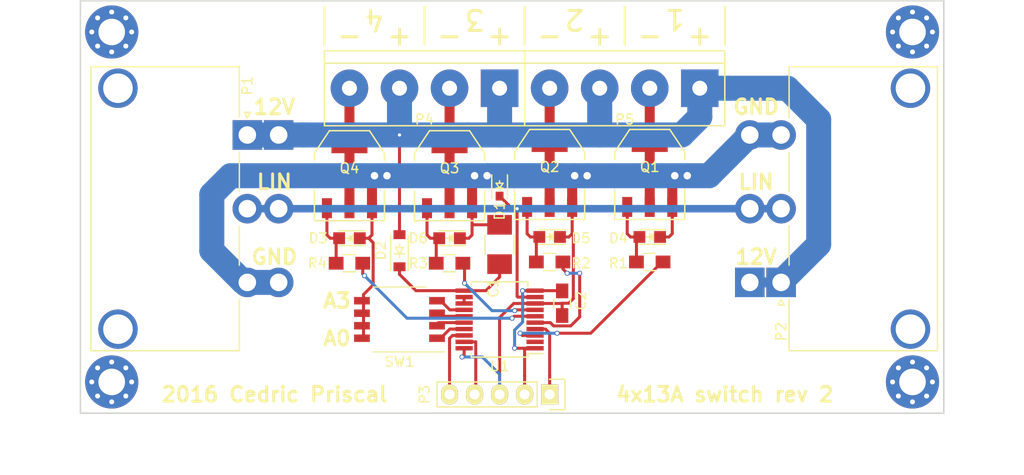
<source format=kicad_pcb>
(kicad_pcb (version 4) (host pcbnew 4.0.4+e1-6308~48~ubuntu16.04.1-stable)

  (general
    (links 67)
    (no_connects 0)
    (area 104.064999 48.819999 191.845001 90.880001)
    (thickness 1.6)
    (drawings 31)
    (tracks 226)
    (zones 0)
    (modules 27)
    (nets 26)
  )

  (page A4)
  (layers
    (0 F.Cu signal)
    (31 B.Cu signal)
    (32 B.Adhes user)
    (33 F.Adhes user)
    (34 B.Paste user)
    (35 F.Paste user)
    (36 B.SilkS user)
    (37 F.SilkS user)
    (38 B.Mask user)
    (39 F.Mask user)
    (40 Dwgs.User user)
    (41 Cmts.User user)
    (42 Eco1.User user)
    (43 Eco2.User user)
    (44 Edge.Cuts user)
    (45 Margin user)
    (46 B.CrtYd user)
    (47 F.CrtYd user)
    (48 B.Fab user)
    (49 F.Fab user)
  )

  (setup
    (last_trace_width 0.3048)
    (trace_clearance 0.1524)
    (zone_clearance 0.508)
    (zone_45_only no)
    (trace_min 0.1524)
    (segment_width 0.2)
    (edge_width 0.15)
    (via_size 0.508)
    (via_drill 0.3302)
    (via_min_size 0.508)
    (via_min_drill 0.3)
    (uvia_size 0.3)
    (uvia_drill 0.1)
    (uvias_allowed no)
    (uvia_min_size 0)
    (uvia_min_drill 0)
    (pcb_text_width 0.3)
    (pcb_text_size 1.5 1.5)
    (mod_edge_width 0.15)
    (mod_text_size 1 1)
    (mod_text_width 0.15)
    (pad_size 4.064 4.064)
    (pad_drill 2.159)
    (pad_to_mask_clearance 0.2)
    (aux_axis_origin 0 0)
    (grid_origin 146.685 57.785)
    (visible_elements FFFEFF7F)
    (pcbplotparams
      (layerselection 0x00030_80000001)
      (usegerberextensions false)
      (excludeedgelayer true)
      (linewidth 0.100000)
      (plotframeref false)
      (viasonmask false)
      (mode 1)
      (useauxorigin false)
      (hpglpennumber 1)
      (hpglpenspeed 20)
      (hpglpendiameter 15)
      (hpglpenoverlay 2)
      (psnegative false)
      (psa4output false)
      (plotreference true)
      (plotvalue true)
      (plotinvisibletext false)
      (padsonsilk false)
      (subtractmaskfromsilk false)
      (outputformat 1)
      (mirror false)
      (drillshape 0)
      (scaleselection 1)
      (outputdirectory ""))
  )

  (net 0 "")
  (net 1 +12V)
  (net 2 GND)
  (net 3 +5V)
  (net 4 //MCLR)
  (net 5 "Net-(U1-Pad12)")
  (net 6 /ICSPCLK)
  (net 7 /ICSPDAT)
  (net 8 /LBUS)
  (net 9 /OUT_1)
  (net 10 /OUT_2)
  (net 11 /OUT_3)
  (net 12 /OUT_4)
  (net 13 /12V_UNPROTECTED)
  (net 14 "Net-(D3-Pad2)")
  (net 15 "Net-(D4-Pad2)")
  (net 16 "Net-(D5-Pad2)")
  (net 17 "Net-(D6-Pad2)")
  (net 18 /CMD_1)
  (net 19 /CMD_2)
  (net 20 /CMD_3)
  (net 21 /CMD_4)
  (net 22 /A0)
  (net 23 /A1)
  (net 24 /A2)
  (net 25 /A3)

  (net_class Default "This is the default net class."
    (clearance 0.1524)
    (trace_width 0.3048)
    (via_dia 0.508)
    (via_drill 0.3302)
    (uvia_dia 0.3)
    (uvia_drill 0.1)
    (add_net +12V)
    (add_net +5V)
    (add_net //MCLR)
    (add_net /12V_UNPROTECTED)
    (add_net /A0)
    (add_net /A1)
    (add_net /A2)
    (add_net /A3)
    (add_net /CMD_1)
    (add_net /CMD_2)
    (add_net /CMD_3)
    (add_net /CMD_4)
    (add_net /ICSPCLK)
    (add_net /ICSPDAT)
    (add_net /LBUS)
    (add_net /OUT_1)
    (add_net /OUT_2)
    (add_net /OUT_3)
    (add_net /OUT_4)
    (add_net GND)
    (add_net "Net-(D3-Pad2)")
    (add_net "Net-(D4-Pad2)")
    (add_net "Net-(D5-Pad2)")
    (add_net "Net-(D6-Pad2)")
    (add_net "Net-(U1-Pad12)")
  )

  (module Mounting_Holes:MountingHole_2.7mm_Pad_Via (layer F.Cu) (tedit 5844A543) (tstamp 5844A971)
    (at 188.595 87.63)
    (descr "Mounting Hole 2.7mm")
    (tags "mounting hole 2.7mm")
    (fp_text reference REF** (at 0 -3.7) (layer F.SilkS) hide
      (effects (font (size 1 1) (thickness 0.15)))
    )
    (fp_text value MountingHole_2.7mm_Pad_Via (at 0 3.7) (layer F.Fab)
      (effects (font (size 1 1) (thickness 0.15)))
    )
    (fp_circle (center 0 0) (end 2.7 0) (layer Cmts.User) (width 0.15))
    (fp_circle (center 0 0) (end 2.95 0) (layer F.CrtYd) (width 0.05))
    (pad 1 thru_hole circle (at 0 0) (size 5.4 5.4) (drill 2.7) (layers *.Cu *.Mask))
    (pad "" thru_hole circle (at 2.025 0) (size 0.6 0.6) (drill 0.5) (layers *.Cu *.Mask))
    (pad "" thru_hole circle (at 1.431891 1.431891) (size 0.6 0.6) (drill 0.5) (layers *.Cu *.Mask))
    (pad "" thru_hole circle (at 0 2.025) (size 0.6 0.6) (drill 0.5) (layers *.Cu *.Mask))
    (pad "" thru_hole circle (at -1.431891 1.431891) (size 0.6 0.6) (drill 0.5) (layers *.Cu *.Mask))
    (pad "" thru_hole circle (at -2.025 0) (size 0.6 0.6) (drill 0.5) (layers *.Cu *.Mask))
    (pad "" thru_hole circle (at -1.431891 -1.431891) (size 0.6 0.6) (drill 0.5) (layers *.Cu *.Mask))
    (pad "" thru_hole circle (at 0 -2.025) (size 0.6 0.6) (drill 0.5) (layers *.Cu *.Mask))
    (pad "" thru_hole circle (at 1.431891 -1.431891) (size 0.6 0.6) (drill 0.5) (layers *.Cu *.Mask))
  )

  (module Mounting_Holes:MountingHole_2.7mm_Pad_Via (layer F.Cu) (tedit 5844A546) (tstamp 5844A943)
    (at 107.315 87.63)
    (descr "Mounting Hole 2.7mm")
    (tags "mounting hole 2.7mm")
    (fp_text reference REF** (at 0 -3.7) (layer F.SilkS) hide
      (effects (font (size 1 1) (thickness 0.15)))
    )
    (fp_text value MountingHole_2.7mm_Pad_Via (at 0 3.7) (layer F.Fab)
      (effects (font (size 1 1) (thickness 0.15)))
    )
    (fp_circle (center 0 0) (end 2.7 0) (layer Cmts.User) (width 0.15))
    (fp_circle (center 0 0) (end 2.95 0) (layer F.CrtYd) (width 0.05))
    (pad 1 thru_hole circle (at 0 0) (size 5.4 5.4) (drill 2.7) (layers *.Cu *.Mask))
    (pad "" thru_hole circle (at 2.025 0) (size 0.6 0.6) (drill 0.5) (layers *.Cu *.Mask))
    (pad "" thru_hole circle (at 1.431891 1.431891) (size 0.6 0.6) (drill 0.5) (layers *.Cu *.Mask))
    (pad "" thru_hole circle (at 0 2.025) (size 0.6 0.6) (drill 0.5) (layers *.Cu *.Mask))
    (pad "" thru_hole circle (at -1.431891 1.431891) (size 0.6 0.6) (drill 0.5) (layers *.Cu *.Mask))
    (pad "" thru_hole circle (at -2.025 0) (size 0.6 0.6) (drill 0.5) (layers *.Cu *.Mask))
    (pad "" thru_hole circle (at -1.431891 -1.431891) (size 0.6 0.6) (drill 0.5) (layers *.Cu *.Mask))
    (pad "" thru_hole circle (at 0 -2.025) (size 0.6 0.6) (drill 0.5) (layers *.Cu *.Mask))
    (pad "" thru_hole circle (at 1.431891 -1.431891) (size 0.6 0.6) (drill 0.5) (layers *.Cu *.Mask))
  )

  (module Mounting_Holes:MountingHole_2.7mm_Pad_Via (layer F.Cu) (tedit 5844A533) (tstamp 5844A91E)
    (at 188.595 52.07)
    (descr "Mounting Hole 2.7mm")
    (tags "mounting hole 2.7mm")
    (fp_text reference REF** (at 0 -3.7) (layer F.SilkS) hide
      (effects (font (size 1 1) (thickness 0.15)))
    )
    (fp_text value MountingHole_2.7mm_Pad_Via (at 0 3.7) (layer F.Fab)
      (effects (font (size 1 1) (thickness 0.15)))
    )
    (fp_circle (center 0 0) (end 2.7 0) (layer Cmts.User) (width 0.15))
    (fp_circle (center 0 0) (end 2.95 0) (layer F.CrtYd) (width 0.05))
    (pad 1 thru_hole circle (at 0 0) (size 5.4 5.4) (drill 2.7) (layers *.Cu *.Mask))
    (pad "" thru_hole circle (at 2.025 0) (size 0.6 0.6) (drill 0.5) (layers *.Cu *.Mask))
    (pad "" thru_hole circle (at 1.431891 1.431891) (size 0.6 0.6) (drill 0.5) (layers *.Cu *.Mask))
    (pad "" thru_hole circle (at 0 2.025) (size 0.6 0.6) (drill 0.5) (layers *.Cu *.Mask))
    (pad "" thru_hole circle (at -1.431891 1.431891) (size 0.6 0.6) (drill 0.5) (layers *.Cu *.Mask))
    (pad "" thru_hole circle (at -2.025 0) (size 0.6 0.6) (drill 0.5) (layers *.Cu *.Mask))
    (pad "" thru_hole circle (at -1.431891 -1.431891) (size 0.6 0.6) (drill 0.5) (layers *.Cu *.Mask))
    (pad "" thru_hole circle (at 0 -2.025) (size 0.6 0.6) (drill 0.5) (layers *.Cu *.Mask))
    (pad "" thru_hole circle (at 1.431891 -1.431891) (size 0.6 0.6) (drill 0.5) (layers *.Cu *.Mask))
  )

  (module TO_SOT_Packages_SMD:SOT-223 (layer F.Cu) (tedit 0) (tstamp 57FC71BE)
    (at 151.765 66.548)
    (descr "module CMS SOT223 4 pins")
    (tags "CMS SOT")
    (path /57FC7611)
    (attr smd)
    (fp_text reference Q2 (at 0 -0.762) (layer F.SilkS)
      (effects (font (size 1 1) (thickness 0.15)))
    )
    (fp_text value Q_NMOS_GDSD (at 0 0.762) (layer F.Fab)
      (effects (font (size 1 1) (thickness 0.15)))
    )
    (fp_line (start -3.556 1.524) (end -3.556 4.572) (layer F.SilkS) (width 0.15))
    (fp_line (start -3.556 4.572) (end 3.556 4.572) (layer F.SilkS) (width 0.15))
    (fp_line (start 3.556 4.572) (end 3.556 1.524) (layer F.SilkS) (width 0.15))
    (fp_line (start -3.556 -1.524) (end -3.556 -2.286) (layer F.SilkS) (width 0.15))
    (fp_line (start -3.556 -2.286) (end -2.032 -4.572) (layer F.SilkS) (width 0.15))
    (fp_line (start -2.032 -4.572) (end 2.032 -4.572) (layer F.SilkS) (width 0.15))
    (fp_line (start 2.032 -4.572) (end 3.556 -2.286) (layer F.SilkS) (width 0.15))
    (fp_line (start 3.556 -2.286) (end 3.556 -1.524) (layer F.SilkS) (width 0.15))
    (pad 4 smd rect (at 0 -3.302) (size 3.6576 2.032) (layers F.Cu F.Paste F.Mask)
      (net 10 /OUT_2))
    (pad 2 smd rect (at 0 3.302) (size 1.016 2.032) (layers F.Cu F.Paste F.Mask)
      (net 10 /OUT_2))
    (pad 3 smd rect (at 2.286 3.302) (size 1.016 2.032) (layers F.Cu F.Paste F.Mask)
      (net 2 GND))
    (pad 1 smd rect (at -2.286 3.302) (size 1.016 2.032) (layers F.Cu F.Paste F.Mask)
      (net 16 "Net-(D5-Pad2)"))
    (model TO_SOT_Packages_SMD.3dshapes/SOT-223.wrl
      (at (xyz 0 0 0))
      (scale (xyz 0.4 0.4 0.4))
      (rotate (xyz 0 0 0))
    )
  )

  (module Capacitors_SMD:C_0805_HandSoldering (layer F.Cu) (tedit 541A9B8D) (tstamp 57DF6E5D)
    (at 153.035 79.629 270)
    (descr "Capacitor SMD 0805, hand soldering")
    (tags "capacitor 0805")
    (path /57DF7684)
    (attr smd)
    (fp_text reference C2 (at -0.254 -1.905 270) (layer F.SilkS)
      (effects (font (size 1 1) (thickness 0.15)))
    )
    (fp_text value 1uF (at 0 2.1 270) (layer F.Fab)
      (effects (font (size 1 1) (thickness 0.15)))
    )
    (fp_line (start -2.3 -1) (end 2.3 -1) (layer F.CrtYd) (width 0.05))
    (fp_line (start -2.3 1) (end 2.3 1) (layer F.CrtYd) (width 0.05))
    (fp_line (start -2.3 -1) (end -2.3 1) (layer F.CrtYd) (width 0.05))
    (fp_line (start 2.3 -1) (end 2.3 1) (layer F.CrtYd) (width 0.05))
    (fp_line (start 0.5 -0.85) (end -0.5 -0.85) (layer F.SilkS) (width 0.15))
    (fp_line (start -0.5 0.85) (end 0.5 0.85) (layer F.SilkS) (width 0.15))
    (pad 1 smd rect (at -1.25 0 270) (size 1.5 1.25) (layers F.Cu F.Paste F.Mask)
      (net 3 +5V))
    (pad 2 smd rect (at 1.25 0 270) (size 1.5 1.25) (layers F.Cu F.Paste F.Mask)
      (net 2 GND))
    (model Capacitors_SMD.3dshapes/C_0805_HandSoldering.wrl
      (at (xyz 0 0 0))
      (scale (xyz 1 1 1))
      (rotate (xyz 0 0 0))
    )
  )

  (module conn_ribbon:SOD-323_HandSoldering (layer F.Cu) (tedit 57E36C55) (tstamp 57E36E78)
    (at 146.685 67.691 90)
    (descr SOD-323)
    (tags SOD-323)
    (path /57DF7687)
    (attr smd)
    (fp_text reference D1 (at -2.54 0 90) (layer F.SilkS)
      (effects (font (size 1 1) (thickness 0.15)))
    )
    (fp_text value RSB36V (at 0.1 1.9 90) (layer F.Fab)
      (effects (font (size 1 1) (thickness 0.15)))
    )
    (fp_line (start 0.25 0) (end 0.5 0) (layer F.SilkS) (width 0.15))
    (fp_line (start -0.25 0) (end -0.5 0) (layer F.SilkS) (width 0.15))
    (fp_line (start -0.25 0) (end 0.25 -0.35) (layer F.SilkS) (width 0.15))
    (fp_line (start 0.25 -0.35) (end 0.25 0.35) (layer F.SilkS) (width 0.15))
    (fp_line (start 0.25 0.35) (end -0.25 0) (layer F.SilkS) (width 0.15))
    (fp_line (start -0.25 -0.35) (end -0.25 0.35) (layer F.SilkS) (width 0.15))
    (fp_line (start -1.5 -0.95) (end 1.5 -0.95) (layer F.CrtYd) (width 0.05))
    (fp_line (start 1.5 -0.95) (end 1.5 0.95) (layer F.CrtYd) (width 0.05))
    (fp_line (start -1.5 0.95) (end 1.5 0.95) (layer F.CrtYd) (width 0.05))
    (fp_line (start -1.5 -0.95) (end -1.5 0.95) (layer F.CrtYd) (width 0.05))
    (fp_line (start -1.3 0.8) (end 1.1 0.8) (layer F.SilkS) (width 0.15))
    (fp_line (start -1.3 -0.8) (end 1.1 -0.8) (layer F.SilkS) (width 0.15))
    (pad 1 smd rect (at -1.055 0 90) (size 0.9 0.8) (layers F.Cu F.Paste F.Mask)
      (net 8 /LBUS))
    (pad 2 smd rect (at 1.055 0 90) (size 0.9 0.8) (layers F.Cu F.Paste F.Mask)
      (net 2 GND))
    (model Diodes_SMD.3dshapes/SOD-323.wrl
      (at (xyz 0 0 0))
      (scale (xyz 1 1 1))
      (rotate (xyz 0 0 180))
    )
    (model /home/cpriscal/Projets/lin_modules/13a_switch/sod323.wrl
      (at (xyz 0 0 0))
      (scale (xyz 1 1 1))
      (rotate (xyz 0 0 180))
    )
  )

  (module Capacitors_SMD:C_1210_HandSoldering (layer F.Cu) (tedit 541A9C39) (tstamp 57DF6E51)
    (at 146.685 73.66 90)
    (descr "Capacitor SMD 1210, hand soldering")
    (tags "capacitor 1210")
    (path /57DF7685)
    (attr smd)
    (fp_text reference C1 (at -4.445 -0.635 90) (layer F.SilkS)
      (effects (font (size 1 1) (thickness 0.15)))
    )
    (fp_text value 10uF (at 0 2.7 90) (layer F.Fab)
      (effects (font (size 1 1) (thickness 0.15)))
    )
    (fp_line (start -3.3 -1.6) (end 3.3 -1.6) (layer F.CrtYd) (width 0.05))
    (fp_line (start -3.3 1.6) (end 3.3 1.6) (layer F.CrtYd) (width 0.05))
    (fp_line (start -3.3 -1.6) (end -3.3 1.6) (layer F.CrtYd) (width 0.05))
    (fp_line (start 3.3 -1.6) (end 3.3 1.6) (layer F.CrtYd) (width 0.05))
    (fp_line (start 1 -1.475) (end -1 -1.475) (layer F.SilkS) (width 0.15))
    (fp_line (start -1 1.475) (end 1 1.475) (layer F.SilkS) (width 0.15))
    (pad 1 smd rect (at -2 0 90) (size 2 2.5) (layers F.Cu F.Paste F.Mask)
      (net 1 +12V))
    (pad 2 smd rect (at 2 0 90) (size 2 2.5) (layers F.Cu F.Paste F.Mask)
      (net 2 GND))
    (model Capacitors_SMD.3dshapes/C_1210_HandSoldering.wrl
      (at (xyz 0 0 0))
      (scale (xyz 1 1 1))
      (rotate (xyz 0 0 0))
    )
  )

  (module Diodes_SMD:SOD-123 (layer F.Cu) (tedit 5530FCB9) (tstamp 57DF6E81)
    (at 136.525 74.295 90)
    (descr SOD-123)
    (tags SOD-123)
    (path /57DF7688)
    (attr smd)
    (fp_text reference D2 (at 0 -1.905 90) (layer F.SilkS)
      (effects (font (size 1 1) (thickness 0.15)))
    )
    (fp_text value 1N4148W-7-F (at 0 2.1 90) (layer F.Fab)
      (effects (font (size 1 1) (thickness 0.15)))
    )
    (fp_line (start 0.3175 0) (end 0.6985 0) (layer F.SilkS) (width 0.15))
    (fp_line (start -0.6985 0) (end -0.3175 0) (layer F.SilkS) (width 0.15))
    (fp_line (start -0.3175 0) (end 0.3175 -0.381) (layer F.SilkS) (width 0.15))
    (fp_line (start 0.3175 -0.381) (end 0.3175 0.381) (layer F.SilkS) (width 0.15))
    (fp_line (start 0.3175 0.381) (end -0.3175 0) (layer F.SilkS) (width 0.15))
    (fp_line (start -0.3175 -0.508) (end -0.3175 0.508) (layer F.SilkS) (width 0.15))
    (fp_line (start -2.25 -1.05) (end 2.25 -1.05) (layer F.CrtYd) (width 0.05))
    (fp_line (start 2.25 -1.05) (end 2.25 1.05) (layer F.CrtYd) (width 0.05))
    (fp_line (start 2.25 1.05) (end -2.25 1.05) (layer F.CrtYd) (width 0.05))
    (fp_line (start -2.25 -1.05) (end -2.25 1.05) (layer F.CrtYd) (width 0.05))
    (fp_line (start -2 0.9) (end 1.54 0.9) (layer F.SilkS) (width 0.15))
    (fp_line (start -2 -0.9) (end 1.54 -0.9) (layer F.SilkS) (width 0.15))
    (pad 1 smd rect (at -1.635 0 90) (size 0.91 1.22) (layers F.Cu F.Paste F.Mask)
      (net 1 +12V))
    (pad 2 smd rect (at 1.635 0 90) (size 0.91 1.22) (layers F.Cu F.Paste F.Mask)
      (net 13 /12V_UNPROTECTED))
    (model /home/cpriscal/Projets/lin_modules/13a_switch/sod-123.wrl
      (at (xyz 0 0 0))
      (scale (xyz 1 1 1))
      (rotate (xyz 0 0 180))
    )
  )

  (module TO_SOT_Packages_SMD:SOT-223 (layer F.Cu) (tedit 0) (tstamp 57FC71DE)
    (at 131.445 66.675)
    (descr "module CMS SOT223 4 pins")
    (tags "CMS SOT")
    (path /57FC798C)
    (attr smd)
    (fp_text reference Q4 (at 0 -0.762) (layer F.SilkS)
      (effects (font (size 1 1) (thickness 0.15)))
    )
    (fp_text value Q_NMOS_GDSD (at 0 0.762) (layer F.Fab)
      (effects (font (size 1 1) (thickness 0.15)))
    )
    (fp_line (start -3.556 1.524) (end -3.556 4.572) (layer F.SilkS) (width 0.15))
    (fp_line (start -3.556 4.572) (end 3.556 4.572) (layer F.SilkS) (width 0.15))
    (fp_line (start 3.556 4.572) (end 3.556 1.524) (layer F.SilkS) (width 0.15))
    (fp_line (start -3.556 -1.524) (end -3.556 -2.286) (layer F.SilkS) (width 0.15))
    (fp_line (start -3.556 -2.286) (end -2.032 -4.572) (layer F.SilkS) (width 0.15))
    (fp_line (start -2.032 -4.572) (end 2.032 -4.572) (layer F.SilkS) (width 0.15))
    (fp_line (start 2.032 -4.572) (end 3.556 -2.286) (layer F.SilkS) (width 0.15))
    (fp_line (start 3.556 -2.286) (end 3.556 -1.524) (layer F.SilkS) (width 0.15))
    (pad 4 smd rect (at 0 -3.302) (size 3.6576 2.032) (layers F.Cu F.Paste F.Mask)
      (net 12 /OUT_4))
    (pad 2 smd rect (at 0 3.302) (size 1.016 2.032) (layers F.Cu F.Paste F.Mask)
      (net 12 /OUT_4))
    (pad 3 smd rect (at 2.286 3.302) (size 1.016 2.032) (layers F.Cu F.Paste F.Mask)
      (net 2 GND))
    (pad 1 smd rect (at -2.286 3.302) (size 1.016 2.032) (layers F.Cu F.Paste F.Mask)
      (net 14 "Net-(D3-Pad2)"))
    (model TO_SOT_Packages_SMD.3dshapes/SOT-223.wrl
      (at (xyz 0 0 0))
      (scale (xyz 0.4 0.4 0.4))
      (rotate (xyz 0 0 0))
    )
  )

  (module TO_SOT_Packages_SMD:SOT-223 (layer F.Cu) (tedit 0) (tstamp 57DF6E91)
    (at 161.925 66.548)
    (descr "module CMS SOT223 4 pins")
    (tags "CMS SOT")
    (path /57DF7C1E)
    (attr smd)
    (fp_text reference Q1 (at 0 -0.762) (layer F.SilkS)
      (effects (font (size 1 1) (thickness 0.15)))
    )
    (fp_text value Q_NMOS_GDSD (at 0 0.762) (layer F.Fab)
      (effects (font (size 1 1) (thickness 0.15)))
    )
    (fp_line (start -3.556 1.524) (end -3.556 4.572) (layer F.SilkS) (width 0.15))
    (fp_line (start -3.556 4.572) (end 3.556 4.572) (layer F.SilkS) (width 0.15))
    (fp_line (start 3.556 4.572) (end 3.556 1.524) (layer F.SilkS) (width 0.15))
    (fp_line (start -3.556 -1.524) (end -3.556 -2.286) (layer F.SilkS) (width 0.15))
    (fp_line (start -3.556 -2.286) (end -2.032 -4.572) (layer F.SilkS) (width 0.15))
    (fp_line (start -2.032 -4.572) (end 2.032 -4.572) (layer F.SilkS) (width 0.15))
    (fp_line (start 2.032 -4.572) (end 3.556 -2.286) (layer F.SilkS) (width 0.15))
    (fp_line (start 3.556 -2.286) (end 3.556 -1.524) (layer F.SilkS) (width 0.15))
    (pad 4 smd rect (at 0 -3.302) (size 3.6576 2.032) (layers F.Cu F.Paste F.Mask)
      (net 9 /OUT_1))
    (pad 2 smd rect (at 0 3.302) (size 1.016 2.032) (layers F.Cu F.Paste F.Mask)
      (net 9 /OUT_1))
    (pad 3 smd rect (at 2.286 3.302) (size 1.016 2.032) (layers F.Cu F.Paste F.Mask)
      (net 2 GND))
    (pad 1 smd rect (at -2.286 3.302) (size 1.016 2.032) (layers F.Cu F.Paste F.Mask)
      (net 15 "Net-(D4-Pad2)"))
    (model TO_SOT_Packages_SMD.3dshapes/SOT-223.wrl
      (at (xyz 0 0 0))
      (scale (xyz 0.4 0.4 0.4))
      (rotate (xyz 0 0 0))
    )
  )

  (module Resistors_SMD:R_0805_HandSoldering (layer F.Cu) (tedit 54189DEE) (tstamp 57E362DB)
    (at 151.765 75.438)
    (descr "Resistor SMD 0805, hand soldering")
    (tags "resistor 0805")
    (path /584289A7)
    (attr smd)
    (fp_text reference R2 (at 3.175 0.127) (layer F.SilkS)
      (effects (font (size 1 1) (thickness 0.15)))
    )
    (fp_text value 150 (at 0 2.1) (layer F.Fab)
      (effects (font (size 1 1) (thickness 0.15)))
    )
    (fp_line (start -2.4 -1) (end 2.4 -1) (layer F.CrtYd) (width 0.05))
    (fp_line (start -2.4 1) (end 2.4 1) (layer F.CrtYd) (width 0.05))
    (fp_line (start -2.4 -1) (end -2.4 1) (layer F.CrtYd) (width 0.05))
    (fp_line (start 2.4 -1) (end 2.4 1) (layer F.CrtYd) (width 0.05))
    (fp_line (start 0.6 0.875) (end -0.6 0.875) (layer F.SilkS) (width 0.15))
    (fp_line (start -0.6 -0.875) (end 0.6 -0.875) (layer F.SilkS) (width 0.15))
    (pad 1 smd rect (at -1.35 0) (size 1.5 1.3) (layers F.Cu F.Paste F.Mask)
      (net 16 "Net-(D5-Pad2)"))
    (pad 2 smd rect (at 1.35 0) (size 1.5 1.3) (layers F.Cu F.Paste F.Mask)
      (net 19 /CMD_2))
    (model Resistors_SMD.3dshapes/R_0805_HandSoldering.wrl
      (at (xyz 0 0 0))
      (scale (xyz 1 1 1))
      (rotate (xyz 0 0 0))
    )
  )

  (module Resistors_SMD:R_0805_HandSoldering (layer F.Cu) (tedit 54189DEE) (tstamp 57E36424)
    (at 161.925 75.438)
    (descr "Resistor SMD 0805, hand soldering")
    (tags "resistor 0805")
    (path /58428BB2)
    (attr smd)
    (fp_text reference R1 (at -3.175 0.127) (layer F.SilkS)
      (effects (font (size 1 1) (thickness 0.15)))
    )
    (fp_text value 150 (at 0 2.1) (layer F.Fab)
      (effects (font (size 1 1) (thickness 0.15)))
    )
    (fp_line (start -2.4 -1) (end 2.4 -1) (layer F.CrtYd) (width 0.05))
    (fp_line (start -2.4 1) (end 2.4 1) (layer F.CrtYd) (width 0.05))
    (fp_line (start -2.4 -1) (end -2.4 1) (layer F.CrtYd) (width 0.05))
    (fp_line (start 2.4 -1) (end 2.4 1) (layer F.CrtYd) (width 0.05))
    (fp_line (start 0.6 0.875) (end -0.6 0.875) (layer F.SilkS) (width 0.15))
    (fp_line (start -0.6 -0.875) (end 0.6 -0.875) (layer F.SilkS) (width 0.15))
    (pad 1 smd rect (at -1.35 0) (size 1.5 1.3) (layers F.Cu F.Paste F.Mask)
      (net 15 "Net-(D4-Pad2)"))
    (pad 2 smd rect (at 1.35 0) (size 1.5 1.3) (layers F.Cu F.Paste F.Mask)
      (net 18 /CMD_1))
    (model Resistors_SMD.3dshapes/R_0805_HandSoldering.wrl
      (at (xyz 0 0 0))
      (scale (xyz 1 1 1))
      (rotate (xyz 0 0 0))
    )
  )

  (module TO_SOT_Packages_SMD:SOT-223 (layer F.Cu) (tedit 0) (tstamp 57FC71CE)
    (at 141.605 66.675)
    (descr "module CMS SOT223 4 pins")
    (tags "CMS SOT")
    (path /57FC7891)
    (attr smd)
    (fp_text reference Q3 (at 0 -0.762) (layer F.SilkS)
      (effects (font (size 1 1) (thickness 0.15)))
    )
    (fp_text value Q_NMOS_GDSD (at 0 0.762) (layer F.Fab)
      (effects (font (size 1 1) (thickness 0.15)))
    )
    (fp_line (start -3.556 1.524) (end -3.556 4.572) (layer F.SilkS) (width 0.15))
    (fp_line (start -3.556 4.572) (end 3.556 4.572) (layer F.SilkS) (width 0.15))
    (fp_line (start 3.556 4.572) (end 3.556 1.524) (layer F.SilkS) (width 0.15))
    (fp_line (start -3.556 -1.524) (end -3.556 -2.286) (layer F.SilkS) (width 0.15))
    (fp_line (start -3.556 -2.286) (end -2.032 -4.572) (layer F.SilkS) (width 0.15))
    (fp_line (start -2.032 -4.572) (end 2.032 -4.572) (layer F.SilkS) (width 0.15))
    (fp_line (start 2.032 -4.572) (end 3.556 -2.286) (layer F.SilkS) (width 0.15))
    (fp_line (start 3.556 -2.286) (end 3.556 -1.524) (layer F.SilkS) (width 0.15))
    (pad 4 smd rect (at 0 -3.302) (size 3.6576 2.032) (layers F.Cu F.Paste F.Mask)
      (net 11 /OUT_3))
    (pad 2 smd rect (at 0 3.302) (size 1.016 2.032) (layers F.Cu F.Paste F.Mask)
      (net 11 /OUT_3))
    (pad 3 smd rect (at 2.286 3.302) (size 1.016 2.032) (layers F.Cu F.Paste F.Mask)
      (net 2 GND))
    (pad 1 smd rect (at -2.286 3.302) (size 1.016 2.032) (layers F.Cu F.Paste F.Mask)
      (net 17 "Net-(D6-Pad2)"))
    (model TO_SOT_Packages_SMD.3dshapes/SOT-223.wrl
      (at (xyz 0 0 0))
      (scale (xyz 0.4 0.4 0.4))
      (rotate (xyz 0 0 0))
    )
  )

  (module Resistors_SMD:R_0805_HandSoldering (layer F.Cu) (tedit 54189DEE) (tstamp 57FC71EA)
    (at 141.605 75.565)
    (descr "Resistor SMD 0805, hand soldering")
    (tags "resistor 0805")
    (path /58428698)
    (attr smd)
    (fp_text reference R3 (at -3.175 0) (layer F.SilkS)
      (effects (font (size 1 1) (thickness 0.15)))
    )
    (fp_text value 150 (at 0 2.1) (layer F.Fab)
      (effects (font (size 1 1) (thickness 0.15)))
    )
    (fp_line (start -2.4 -1) (end 2.4 -1) (layer F.CrtYd) (width 0.05))
    (fp_line (start -2.4 1) (end 2.4 1) (layer F.CrtYd) (width 0.05))
    (fp_line (start -2.4 -1) (end -2.4 1) (layer F.CrtYd) (width 0.05))
    (fp_line (start 2.4 -1) (end 2.4 1) (layer F.CrtYd) (width 0.05))
    (fp_line (start 0.6 0.875) (end -0.6 0.875) (layer F.SilkS) (width 0.15))
    (fp_line (start -0.6 -0.875) (end 0.6 -0.875) (layer F.SilkS) (width 0.15))
    (pad 1 smd rect (at -1.35 0) (size 1.5 1.3) (layers F.Cu F.Paste F.Mask)
      (net 17 "Net-(D6-Pad2)"))
    (pad 2 smd rect (at 1.35 0) (size 1.5 1.3) (layers F.Cu F.Paste F.Mask)
      (net 20 /CMD_3))
    (model Resistors_SMD.3dshapes/R_0805_HandSoldering.wrl
      (at (xyz 0 0 0))
      (scale (xyz 1 1 1))
      (rotate (xyz 0 0 0))
    )
  )

  (module Resistors_SMD:R_0805_HandSoldering (layer F.Cu) (tedit 54189DEE) (tstamp 57FC71F6)
    (at 131.445 75.565)
    (descr "Resistor SMD 0805, hand soldering")
    (tags "resistor 0805")
    (path /57FC799F)
    (attr smd)
    (fp_text reference R4 (at -3.255 0) (layer F.SilkS)
      (effects (font (size 1 1) (thickness 0.15)))
    )
    (fp_text value 150 (at 0 2.1) (layer F.Fab)
      (effects (font (size 1 1) (thickness 0.15)))
    )
    (fp_line (start -2.4 -1) (end 2.4 -1) (layer F.CrtYd) (width 0.05))
    (fp_line (start -2.4 1) (end 2.4 1) (layer F.CrtYd) (width 0.05))
    (fp_line (start -2.4 -1) (end -2.4 1) (layer F.CrtYd) (width 0.05))
    (fp_line (start 2.4 -1) (end 2.4 1) (layer F.CrtYd) (width 0.05))
    (fp_line (start 0.6 0.875) (end -0.6 0.875) (layer F.SilkS) (width 0.15))
    (fp_line (start -0.6 -0.875) (end 0.6 -0.875) (layer F.SilkS) (width 0.15))
    (pad 1 smd rect (at -1.35 0) (size 1.5 1.3) (layers F.Cu F.Paste F.Mask)
      (net 14 "Net-(D3-Pad2)"))
    (pad 2 smd rect (at 1.35 0) (size 1.5 1.3) (layers F.Cu F.Paste F.Mask)
      (net 21 /CMD_4))
    (model Resistors_SMD.3dshapes/R_0805_HandSoldering.wrl
      (at (xyz 0 0 0))
      (scale (xyz 1 1 1))
      (rotate (xyz 0 0 0))
    )
  )

  (module Pin_Headers:Pin_Header_Straight_1x05 (layer F.Cu) (tedit 54EA0684) (tstamp 57FC8757)
    (at 151.765 88.9 270)
    (descr "Through hole pin header")
    (tags "pin header")
    (path /57E0B1D0)
    (fp_text reference P3 (at 0 12.7 270) (layer F.SilkS)
      (effects (font (size 1 1) (thickness 0.15)))
    )
    (fp_text value MOLEX-22-28-6050 (at 0 -3.1 270) (layer F.Fab)
      (effects (font (size 1 1) (thickness 0.15)))
    )
    (fp_line (start -1.55 0) (end -1.55 -1.55) (layer F.SilkS) (width 0.15))
    (fp_line (start -1.55 -1.55) (end 1.55 -1.55) (layer F.SilkS) (width 0.15))
    (fp_line (start 1.55 -1.55) (end 1.55 0) (layer F.SilkS) (width 0.15))
    (fp_line (start -1.75 -1.75) (end -1.75 11.95) (layer F.CrtYd) (width 0.05))
    (fp_line (start 1.75 -1.75) (end 1.75 11.95) (layer F.CrtYd) (width 0.05))
    (fp_line (start -1.75 -1.75) (end 1.75 -1.75) (layer F.CrtYd) (width 0.05))
    (fp_line (start -1.75 11.95) (end 1.75 11.95) (layer F.CrtYd) (width 0.05))
    (fp_line (start 1.27 1.27) (end 1.27 11.43) (layer F.SilkS) (width 0.15))
    (fp_line (start 1.27 11.43) (end -1.27 11.43) (layer F.SilkS) (width 0.15))
    (fp_line (start -1.27 11.43) (end -1.27 1.27) (layer F.SilkS) (width 0.15))
    (fp_line (start 1.27 1.27) (end -1.27 1.27) (layer F.SilkS) (width 0.15))
    (pad 1 thru_hole rect (at 0 0 270) (size 2.032 1.7272) (drill 1.016) (layers *.Cu *.Mask F.SilkS)
      (net 4 //MCLR))
    (pad 2 thru_hole oval (at 0 2.54 270) (size 2.032 1.7272) (drill 1.016) (layers *.Cu *.Mask F.SilkS)
      (net 3 +5V))
    (pad 3 thru_hole oval (at 0 5.08 270) (size 2.032 1.7272) (drill 1.016) (layers *.Cu *.Mask F.SilkS)
      (net 2 GND))
    (pad 4 thru_hole oval (at 0 7.62 270) (size 2.032 1.7272) (drill 1.016) (layers *.Cu *.Mask F.SilkS)
      (net 7 /ICSPDAT))
    (pad 5 thru_hole oval (at 0 10.16 270) (size 2.032 1.7272) (drill 1.016) (layers *.Cu *.Mask F.SilkS)
      (net 6 /ICSPCLK))
    (model /home/cpriscal/projects/fluffy-potato/common/kicad/molex-22-28-6050.wrl
      (at (xyz 0 0 0))
      (scale (xyz -1 1 1))
      (rotate (xyz 0 0 0))
    )
  )

  (module Housings_SSOP:SSOP-20_5.3x7.2mm_Pitch0.65mm (layer F.Cu) (tedit 54130A77) (tstamp 57FD9FDB)
    (at 146.685 81.28 180)
    (descr "20-Lead Plastic Shrink Small Outline (SS)-5.30 mm Body [SSOP] (see Microchip Packaging Specification 00000049BS.pdf)")
    (tags "SSOP 0.65")
    (path /57DF7683)
    (attr smd)
    (fp_text reference U1 (at 0 -4.75 180) (layer F.SilkS)
      (effects (font (size 1 1) (thickness 0.15)))
    )
    (fp_text value PIC16F1829LIN (at 0 4.75 180) (layer F.Fab)
      (effects (font (size 1 1) (thickness 0.15)))
    )
    (fp_line (start -1.65 -3.6) (end 2.65 -3.6) (layer F.Fab) (width 0.15))
    (fp_line (start 2.65 -3.6) (end 2.65 3.6) (layer F.Fab) (width 0.15))
    (fp_line (start 2.65 3.6) (end -2.65 3.6) (layer F.Fab) (width 0.15))
    (fp_line (start -2.65 3.6) (end -2.65 -2.6) (layer F.Fab) (width 0.15))
    (fp_line (start -2.65 -2.6) (end -1.65 -3.6) (layer F.Fab) (width 0.15))
    (fp_line (start -4.75 -4) (end -4.75 4) (layer F.CrtYd) (width 0.05))
    (fp_line (start 4.75 -4) (end 4.75 4) (layer F.CrtYd) (width 0.05))
    (fp_line (start -4.75 -4) (end 4.75 -4) (layer F.CrtYd) (width 0.05))
    (fp_line (start -4.75 4) (end 4.75 4) (layer F.CrtYd) (width 0.05))
    (fp_line (start -2.875 -3.825) (end -2.875 -3.475) (layer F.SilkS) (width 0.15))
    (fp_line (start 2.875 -3.825) (end 2.875 -3.375) (layer F.SilkS) (width 0.15))
    (fp_line (start 2.875 3.825) (end 2.875 3.375) (layer F.SilkS) (width 0.15))
    (fp_line (start -2.875 3.825) (end -2.875 3.375) (layer F.SilkS) (width 0.15))
    (fp_line (start -2.875 -3.825) (end 2.875 -3.825) (layer F.SilkS) (width 0.15))
    (fp_line (start -2.875 3.825) (end 2.875 3.825) (layer F.SilkS) (width 0.15))
    (fp_line (start -2.875 -3.475) (end -4.475 -3.475) (layer F.SilkS) (width 0.15))
    (pad 1 smd rect (at -3.6 -2.925 180) (size 1.75 0.45) (layers F.Cu F.Paste F.Mask)
      (net 3 +5V))
    (pad 2 smd rect (at -3.6 -2.275 180) (size 1.75 0.45) (layers F.Cu F.Paste F.Mask))
    (pad 3 smd rect (at -3.6 -1.625 180) (size 1.75 0.45) (layers F.Cu F.Paste F.Mask)
      (net 18 /CMD_1))
    (pad 4 smd rect (at -3.6 -0.975 180) (size 1.75 0.45) (layers F.Cu F.Paste F.Mask)
      (net 4 //MCLR))
    (pad 5 smd rect (at -3.6 -0.325 180) (size 1.75 0.45) (layers F.Cu F.Paste F.Mask)
      (net 19 /CMD_2))
    (pad 6 smd rect (at -3.6 0.325 180) (size 1.75 0.45) (layers F.Cu F.Paste F.Mask)
      (net 21 /CMD_4))
    (pad 7 smd rect (at -3.6 0.975 180) (size 1.75 0.45) (layers F.Cu F.Paste F.Mask)
      (net 20 /CMD_3))
    (pad 8 smd rect (at -3.6 1.625 180) (size 1.75 0.45) (layers F.Cu F.Paste F.Mask)
      (net 2 GND))
    (pad 9 smd rect (at -3.6 2.275 180) (size 1.75 0.45) (layers F.Cu F.Paste F.Mask)
      (net 8 /LBUS))
    (pad 10 smd rect (at -3.6 2.925 180) (size 1.75 0.45) (layers F.Cu F.Paste F.Mask)
      (net 3 +5V))
    (pad 11 smd rect (at 3.6 2.925 180) (size 1.75 0.45) (layers F.Cu F.Paste F.Mask)
      (net 1 +12V))
    (pad 12 smd rect (at 3.6 2.275 180) (size 1.75 0.45) (layers F.Cu F.Paste F.Mask)
      (net 5 "Net-(U1-Pad12)"))
    (pad 13 smd rect (at 3.6 1.625 180) (size 1.75 0.45) (layers F.Cu F.Paste F.Mask)
      (net 5 "Net-(U1-Pad12)"))
    (pad 14 smd rect (at 3.6 0.975 180) (size 1.75 0.45) (layers F.Cu F.Paste F.Mask)
      (net 25 /A3))
    (pad 15 smd rect (at 3.6 0.325 180) (size 1.75 0.45) (layers F.Cu F.Paste F.Mask)
      (net 24 /A2))
    (pad 16 smd rect (at 3.6 -0.325 180) (size 1.75 0.45) (layers F.Cu F.Paste F.Mask)
      (net 23 /A1))
    (pad 17 smd rect (at 3.6 -0.975 180) (size 1.75 0.45) (layers F.Cu F.Paste F.Mask)
      (net 22 /A0))
    (pad 18 smd rect (at 3.6 -1.625 180) (size 1.75 0.45) (layers F.Cu F.Paste F.Mask)
      (net 6 /ICSPCLK))
    (pad 19 smd rect (at 3.6 -2.275 180) (size 1.75 0.45) (layers F.Cu F.Paste F.Mask)
      (net 7 /ICSPDAT))
    (pad 20 smd rect (at 3.6 -2.925 180) (size 1.75 0.45) (layers F.Cu F.Paste F.Mask)
      (net 2 GND))
    (model Housings_SSOP.3dshapes/SSOP-20_5.3x7.2mm_Pitch0.65mm.wrl
      (at (xyz 0 0 0))
      (scale (xyz 1 1 1))
      (rotate (xyz 0 0 0))
    )
  )

  (module Connectors_Molex:Molex_Sabre_43160-XX03_03x7.49mm_Angled_BoardLock (layer F.Cu) (tedit 5794C14F) (tstamp 5841144C)
    (at 121.08 62.535 270)
    (descr "Sabre™ Right Angle Header, 43160-XX03, http://www.molex.com/pdm_docs/sd/431601102_sd.pdf")
    (tags "connector molex sabre 43160")
    (path /584117F6)
    (fp_text reference P1 (at -5 0 270) (layer F.SilkS)
      (effects (font (size 1 1) (thickness 0.15)))
    )
    (fp_text value MOLEX-0431603103 (at 7.49 17.5 270) (layer F.Fab)
      (effects (font (size 1 1) (thickness 0.15)))
    )
    (fp_line (start -1.7 0) (end -2.3 0.3) (layer F.SilkS) (width 0.15))
    (fp_line (start -2.3 0.3) (end -2.3 -0.3) (layer F.SilkS) (width 0.15))
    (fp_line (start -2.3 -0.3) (end -1.7 0) (layer F.SilkS) (width 0.15))
    (fp_line (start -6.94 0.81) (end -6.94 15.87) (layer F.SilkS) (width 0.15))
    (fp_line (start -6.94 15.87) (end 21.92 15.87) (layer F.SilkS) (width 0.15))
    (fp_line (start 21.92 15.87) (end 21.92 0.81) (layer F.SilkS) (width 0.15))
    (fp_line (start -6.94 0.81) (end -1.75 0.81) (layer F.SilkS) (width 0.15))
    (fp_line (start 1.75 0.81) (end 5.74 0.81) (layer F.SilkS) (width 0.15))
    (fp_line (start 9.24 0.81) (end 13.23 0.81) (layer F.SilkS) (width 0.15))
    (fp_line (start 16.73 0.81) (end 21.92 0.81) (layer F.SilkS) (width 0.15))
    (fp_line (start -7.55 -5.2) (end -7.55 16.45) (layer F.CrtYd) (width 0.05))
    (fp_line (start -7.55 16.45) (end 22.5 16.45) (layer F.CrtYd) (width 0.05))
    (fp_line (start 22.5 16.45) (end 22.5 -5.2) (layer F.CrtYd) (width 0.05))
    (fp_line (start 22.5 -5.2) (end -7.55 -5.2) (layer F.CrtYd) (width 0.05))
    (pad 1 thru_hole rect (at 0 0 270) (size 3 3) (drill 1.78) (layers *.Cu *.Mask)
      (net 13 /12V_UNPROTECTED))
    (pad 1 thru_hole rect (at 0 -3.18 270) (size 3 3) (drill 1.78) (layers *.Cu *.Mask)
      (net 13 /12V_UNPROTECTED))
    (pad 2 thru_hole circle (at 7.49 0 270) (size 3 3) (drill 1.78) (layers *.Cu *.Mask)
      (net 8 /LBUS))
    (pad 2 thru_hole circle (at 7.49 -3.18 270) (size 3 3) (drill 1.78) (layers *.Cu *.Mask)
      (net 8 /LBUS))
    (pad 3 thru_hole circle (at 14.98 0 270) (size 3 3) (drill 1.78) (layers *.Cu *.Mask)
      (net 2 GND))
    (pad 3 thru_hole circle (at 14.98 -3.18 270) (size 3 3) (drill 1.78) (layers *.Cu *.Mask)
      (net 2 GND))
    (pad "" thru_hole circle (at -4.75 13.13 270) (size 4 4) (drill 3) (layers *.Cu *.Mask))
    (pad "" thru_hole circle (at 19.73 13.13 270) (size 4 4) (drill 3) (layers *.Cu *.Mask))
    (model /home/cpriscal/projects/fluffy-potato/common/kicad/Molex_Sabre_43160-XX03_03x7.49mm_Angled_BoardLock.wrl
      (at (xyz 0 0 0))
      (scale (xyz 1 1 1))
      (rotate (xyz 0 0 0))
    )
  )

  (module Connectors_Molex:Molex_Sabre_43160-XX03_03x7.49mm_Angled_BoardLock (layer F.Cu) (tedit 5794C14F) (tstamp 58411465)
    (at 175.26 77.515 90)
    (descr "Sabre™ Right Angle Header, 43160-XX03, http://www.molex.com/pdm_docs/sd/431601102_sd.pdf")
    (tags "connector molex sabre 43160")
    (path /584119F8)
    (fp_text reference P2 (at -5 0 90) (layer F.SilkS)
      (effects (font (size 1 1) (thickness 0.15)))
    )
    (fp_text value MOLEX-0431603103 (at 7.49 17.5 90) (layer F.Fab)
      (effects (font (size 1 1) (thickness 0.15)))
    )
    (fp_line (start -1.7 0) (end -2.3 0.3) (layer F.SilkS) (width 0.15))
    (fp_line (start -2.3 0.3) (end -2.3 -0.3) (layer F.SilkS) (width 0.15))
    (fp_line (start -2.3 -0.3) (end -1.7 0) (layer F.SilkS) (width 0.15))
    (fp_line (start -6.94 0.81) (end -6.94 15.87) (layer F.SilkS) (width 0.15))
    (fp_line (start -6.94 15.87) (end 21.92 15.87) (layer F.SilkS) (width 0.15))
    (fp_line (start 21.92 15.87) (end 21.92 0.81) (layer F.SilkS) (width 0.15))
    (fp_line (start -6.94 0.81) (end -1.75 0.81) (layer F.SilkS) (width 0.15))
    (fp_line (start 1.75 0.81) (end 5.74 0.81) (layer F.SilkS) (width 0.15))
    (fp_line (start 9.24 0.81) (end 13.23 0.81) (layer F.SilkS) (width 0.15))
    (fp_line (start 16.73 0.81) (end 21.92 0.81) (layer F.SilkS) (width 0.15))
    (fp_line (start -7.55 -5.2) (end -7.55 16.45) (layer F.CrtYd) (width 0.05))
    (fp_line (start -7.55 16.45) (end 22.5 16.45) (layer F.CrtYd) (width 0.05))
    (fp_line (start 22.5 16.45) (end 22.5 -5.2) (layer F.CrtYd) (width 0.05))
    (fp_line (start 22.5 -5.2) (end -7.55 -5.2) (layer F.CrtYd) (width 0.05))
    (pad 1 thru_hole rect (at 0 0 90) (size 3 3) (drill 1.78) (layers *.Cu *.Mask)
      (net 13 /12V_UNPROTECTED))
    (pad 1 thru_hole rect (at 0 -3.18 90) (size 3 3) (drill 1.78) (layers *.Cu *.Mask)
      (net 13 /12V_UNPROTECTED))
    (pad 2 thru_hole circle (at 7.49 0 90) (size 3 3) (drill 1.78) (layers *.Cu *.Mask)
      (net 8 /LBUS))
    (pad 2 thru_hole circle (at 7.49 -3.18 90) (size 3 3) (drill 1.78) (layers *.Cu *.Mask)
      (net 8 /LBUS))
    (pad 3 thru_hole circle (at 14.98 0 90) (size 3 3) (drill 1.78) (layers *.Cu *.Mask)
      (net 2 GND))
    (pad 3 thru_hole circle (at 14.98 -3.18 90) (size 3 3) (drill 1.78) (layers *.Cu *.Mask)
      (net 2 GND))
    (pad "" thru_hole circle (at -4.75 13.13 90) (size 4 4) (drill 3) (layers *.Cu *.Mask))
    (pad "" thru_hole circle (at 19.73 13.13 90) (size 4 4) (drill 3) (layers *.Cu *.Mask))
    (model /home/cpriscal/projects/fluffy-potato/common/kicad/Molex_Sabre_43160-XX03_03x7.49mm_Angled_BoardLock.wrl
      (at (xyz 0 0 0))
      (scale (xyz 1 1 1))
      (rotate (xyz 0 0 0))
    )
  )

  (module Connect:bornier4 (layer F.Cu) (tedit 0) (tstamp 5841200C)
    (at 139.065 57.785 180)
    (descr "Bornier d'alimentation 4 pins")
    (tags DEV)
    (path /58414752)
    (fp_text reference P4 (at 0 -3.175 180) (layer F.SilkS)
      (effects (font (size 1 1) (thickness 0.15)))
    )
    (fp_text value TE-282836-4 (at 0 5.08 180) (layer F.Fab)
      (effects (font (size 1 1) (thickness 0.15)))
    )
    (fp_line (start -10.16 -3.81) (end -10.16 3.81) (layer F.SilkS) (width 0.15))
    (fp_line (start 10.16 3.81) (end 10.16 -3.81) (layer F.SilkS) (width 0.15))
    (fp_line (start 10.16 2.54) (end -10.16 2.54) (layer F.SilkS) (width 0.15))
    (fp_line (start -10.16 -3.81) (end 10.16 -3.81) (layer F.SilkS) (width 0.15))
    (fp_line (start -10.16 3.81) (end 10.16 3.81) (layer F.SilkS) (width 0.15))
    (pad 2 thru_hole circle (at -2.54 0 180) (size 3.81 3.81) (drill 1.524) (layers *.Cu *.Mask)
      (net 11 /OUT_3))
    (pad 3 thru_hole circle (at 2.54 0 180) (size 3.81 3.81) (drill 1.524) (layers *.Cu *.Mask)
      (net 13 /12V_UNPROTECTED))
    (pad 1 thru_hole rect (at -7.62 0 180) (size 3.81 3.81) (drill 1.524) (layers *.Cu *.Mask)
      (net 13 /12V_UNPROTECTED))
    (pad 4 thru_hole circle (at 7.62 0 180) (size 3.81 3.81) (drill 1.524) (layers *.Cu *.Mask)
      (net 12 /OUT_4))
    (model /home/cpriscal/projects/fluffy-potato/common/kicad/te-282836-4.wrl
      (at (xyz 0 0 0))
      (scale (xyz 1 1 1))
      (rotate (xyz 0 0 0))
    )
  )

  (module LEDs:LED_0805 (layer F.Cu) (tedit 55BDE1C2) (tstamp 58424E34)
    (at 131.445 73.025 180)
    (descr "LED 0805 smd package")
    (tags "LED 0805 SMD")
    (path /58426325)
    (attr smd)
    (fp_text reference D3 (at 3.175 0 180) (layer F.SilkS)
      (effects (font (size 1 1) (thickness 0.15)))
    )
    (fp_text value LITEON-LTST-C170KGKT (at 0 1.75 180) (layer F.Fab)
      (effects (font (size 1 1) (thickness 0.15)))
    )
    (fp_line (start -0.4 -0.3) (end -0.4 0.3) (layer F.Fab) (width 0.15))
    (fp_line (start -0.3 0) (end 0 -0.3) (layer F.Fab) (width 0.15))
    (fp_line (start 0 0.3) (end -0.3 0) (layer F.Fab) (width 0.15))
    (fp_line (start 0 -0.3) (end 0 0.3) (layer F.Fab) (width 0.15))
    (fp_line (start 1 -0.6) (end -1 -0.6) (layer F.Fab) (width 0.15))
    (fp_line (start 1 0.6) (end 1 -0.6) (layer F.Fab) (width 0.15))
    (fp_line (start -1 0.6) (end 1 0.6) (layer F.Fab) (width 0.15))
    (fp_line (start -1 -0.6) (end -1 0.6) (layer F.Fab) (width 0.15))
    (fp_line (start -1.6 0.75) (end 1.1 0.75) (layer F.SilkS) (width 0.15))
    (fp_line (start -1.6 -0.75) (end 1.1 -0.75) (layer F.SilkS) (width 0.15))
    (fp_line (start -0.1 0.15) (end -0.1 -0.1) (layer F.SilkS) (width 0.15))
    (fp_line (start -0.1 -0.1) (end -0.25 0.05) (layer F.SilkS) (width 0.15))
    (fp_line (start -0.35 -0.35) (end -0.35 0.35) (layer F.SilkS) (width 0.15))
    (fp_line (start 0 0) (end 0.35 0) (layer F.SilkS) (width 0.15))
    (fp_line (start -0.35 0) (end 0 -0.35) (layer F.SilkS) (width 0.15))
    (fp_line (start 0 -0.35) (end 0 0.35) (layer F.SilkS) (width 0.15))
    (fp_line (start 0 0.35) (end -0.35 0) (layer F.SilkS) (width 0.15))
    (fp_line (start 1.9 -0.95) (end 1.9 0.95) (layer F.CrtYd) (width 0.05))
    (fp_line (start 1.9 0.95) (end -1.9 0.95) (layer F.CrtYd) (width 0.05))
    (fp_line (start -1.9 0.95) (end -1.9 -0.95) (layer F.CrtYd) (width 0.05))
    (fp_line (start -1.9 -0.95) (end 1.9 -0.95) (layer F.CrtYd) (width 0.05))
    (pad 2 smd rect (at 1.04902 0) (size 1.19888 1.19888) (layers F.Cu F.Paste F.Mask)
      (net 14 "Net-(D3-Pad2)"))
    (pad 1 smd rect (at -1.04902 0) (size 1.19888 1.19888) (layers F.Cu F.Paste F.Mask)
      (net 2 GND))
    (model LEDs.3dshapes/LED_0805.wrl
      (at (xyz 0 0 0))
      (scale (xyz 1 1 1))
      (rotate (xyz 0 0 0))
    )
  )

  (module LEDs:LED_0805 (layer F.Cu) (tedit 55BDE1C2) (tstamp 58424E4F)
    (at 161.925 72.898 180)
    (descr "LED 0805 smd package")
    (tags "LED 0805 SMD")
    (path /58424E52)
    (attr smd)
    (fp_text reference D4 (at 3.175 -0.127 180) (layer F.SilkS)
      (effects (font (size 1 1) (thickness 0.15)))
    )
    (fp_text value LITEON-LTST-C170KGKT (at 0 1.75 180) (layer F.Fab)
      (effects (font (size 1 1) (thickness 0.15)))
    )
    (fp_line (start -0.4 -0.3) (end -0.4 0.3) (layer F.Fab) (width 0.15))
    (fp_line (start -0.3 0) (end 0 -0.3) (layer F.Fab) (width 0.15))
    (fp_line (start 0 0.3) (end -0.3 0) (layer F.Fab) (width 0.15))
    (fp_line (start 0 -0.3) (end 0 0.3) (layer F.Fab) (width 0.15))
    (fp_line (start 1 -0.6) (end -1 -0.6) (layer F.Fab) (width 0.15))
    (fp_line (start 1 0.6) (end 1 -0.6) (layer F.Fab) (width 0.15))
    (fp_line (start -1 0.6) (end 1 0.6) (layer F.Fab) (width 0.15))
    (fp_line (start -1 -0.6) (end -1 0.6) (layer F.Fab) (width 0.15))
    (fp_line (start -1.6 0.75) (end 1.1 0.75) (layer F.SilkS) (width 0.15))
    (fp_line (start -1.6 -0.75) (end 1.1 -0.75) (layer F.SilkS) (width 0.15))
    (fp_line (start -0.1 0.15) (end -0.1 -0.1) (layer F.SilkS) (width 0.15))
    (fp_line (start -0.1 -0.1) (end -0.25 0.05) (layer F.SilkS) (width 0.15))
    (fp_line (start -0.35 -0.35) (end -0.35 0.35) (layer F.SilkS) (width 0.15))
    (fp_line (start 0 0) (end 0.35 0) (layer F.SilkS) (width 0.15))
    (fp_line (start -0.35 0) (end 0 -0.35) (layer F.SilkS) (width 0.15))
    (fp_line (start 0 -0.35) (end 0 0.35) (layer F.SilkS) (width 0.15))
    (fp_line (start 0 0.35) (end -0.35 0) (layer F.SilkS) (width 0.15))
    (fp_line (start 1.9 -0.95) (end 1.9 0.95) (layer F.CrtYd) (width 0.05))
    (fp_line (start 1.9 0.95) (end -1.9 0.95) (layer F.CrtYd) (width 0.05))
    (fp_line (start -1.9 0.95) (end -1.9 -0.95) (layer F.CrtYd) (width 0.05))
    (fp_line (start -1.9 -0.95) (end 1.9 -0.95) (layer F.CrtYd) (width 0.05))
    (pad 2 smd rect (at 1.04902 0) (size 1.19888 1.19888) (layers F.Cu F.Paste F.Mask)
      (net 15 "Net-(D4-Pad2)"))
    (pad 1 smd rect (at -1.04902 0) (size 1.19888 1.19888) (layers F.Cu F.Paste F.Mask)
      (net 2 GND))
    (model LEDs.3dshapes/LED_0805.wrl
      (at (xyz 0 0 0))
      (scale (xyz 1 1 1))
      (rotate (xyz 0 0 0))
    )
  )

  (module LEDs:LED_0805 (layer F.Cu) (tedit 55BDE1C2) (tstamp 58424E6A)
    (at 151.765 72.898 180)
    (descr "LED 0805 smd package")
    (tags "LED 0805 SMD")
    (path /584258F2)
    (attr smd)
    (fp_text reference D5 (at -3.175 -0.127 180) (layer F.SilkS)
      (effects (font (size 1 1) (thickness 0.15)))
    )
    (fp_text value LITEON-LTST-C170KGKT (at 0 1.75 180) (layer F.Fab)
      (effects (font (size 1 1) (thickness 0.15)))
    )
    (fp_line (start -0.4 -0.3) (end -0.4 0.3) (layer F.Fab) (width 0.15))
    (fp_line (start -0.3 0) (end 0 -0.3) (layer F.Fab) (width 0.15))
    (fp_line (start 0 0.3) (end -0.3 0) (layer F.Fab) (width 0.15))
    (fp_line (start 0 -0.3) (end 0 0.3) (layer F.Fab) (width 0.15))
    (fp_line (start 1 -0.6) (end -1 -0.6) (layer F.Fab) (width 0.15))
    (fp_line (start 1 0.6) (end 1 -0.6) (layer F.Fab) (width 0.15))
    (fp_line (start -1 0.6) (end 1 0.6) (layer F.Fab) (width 0.15))
    (fp_line (start -1 -0.6) (end -1 0.6) (layer F.Fab) (width 0.15))
    (fp_line (start -1.6 0.75) (end 1.1 0.75) (layer F.SilkS) (width 0.15))
    (fp_line (start -1.6 -0.75) (end 1.1 -0.75) (layer F.SilkS) (width 0.15))
    (fp_line (start -0.1 0.15) (end -0.1 -0.1) (layer F.SilkS) (width 0.15))
    (fp_line (start -0.1 -0.1) (end -0.25 0.05) (layer F.SilkS) (width 0.15))
    (fp_line (start -0.35 -0.35) (end -0.35 0.35) (layer F.SilkS) (width 0.15))
    (fp_line (start 0 0) (end 0.35 0) (layer F.SilkS) (width 0.15))
    (fp_line (start -0.35 0) (end 0 -0.35) (layer F.SilkS) (width 0.15))
    (fp_line (start 0 -0.35) (end 0 0.35) (layer F.SilkS) (width 0.15))
    (fp_line (start 0 0.35) (end -0.35 0) (layer F.SilkS) (width 0.15))
    (fp_line (start 1.9 -0.95) (end 1.9 0.95) (layer F.CrtYd) (width 0.05))
    (fp_line (start 1.9 0.95) (end -1.9 0.95) (layer F.CrtYd) (width 0.05))
    (fp_line (start -1.9 0.95) (end -1.9 -0.95) (layer F.CrtYd) (width 0.05))
    (fp_line (start -1.9 -0.95) (end 1.9 -0.95) (layer F.CrtYd) (width 0.05))
    (pad 2 smd rect (at 1.04902 0) (size 1.19888 1.19888) (layers F.Cu F.Paste F.Mask)
      (net 16 "Net-(D5-Pad2)"))
    (pad 1 smd rect (at -1.04902 0) (size 1.19888 1.19888) (layers F.Cu F.Paste F.Mask)
      (net 2 GND))
    (model LEDs.3dshapes/LED_0805.wrl
      (at (xyz 0 0 0))
      (scale (xyz 1 1 1))
      (rotate (xyz 0 0 0))
    )
  )

  (module LEDs:LED_0805 (layer F.Cu) (tedit 55BDE1C2) (tstamp 58424E85)
    (at 141.605 73.025 180)
    (descr "LED 0805 smd package")
    (tags "LED 0805 SMD")
    (path /58425FEE)
    (attr smd)
    (fp_text reference D6 (at 3.175 0 180) (layer F.SilkS)
      (effects (font (size 1 1) (thickness 0.15)))
    )
    (fp_text value LITEON-LTST-C170KGKT (at 0 1.75 180) (layer F.Fab)
      (effects (font (size 1 1) (thickness 0.15)))
    )
    (fp_line (start -0.4 -0.3) (end -0.4 0.3) (layer F.Fab) (width 0.15))
    (fp_line (start -0.3 0) (end 0 -0.3) (layer F.Fab) (width 0.15))
    (fp_line (start 0 0.3) (end -0.3 0) (layer F.Fab) (width 0.15))
    (fp_line (start 0 -0.3) (end 0 0.3) (layer F.Fab) (width 0.15))
    (fp_line (start 1 -0.6) (end -1 -0.6) (layer F.Fab) (width 0.15))
    (fp_line (start 1 0.6) (end 1 -0.6) (layer F.Fab) (width 0.15))
    (fp_line (start -1 0.6) (end 1 0.6) (layer F.Fab) (width 0.15))
    (fp_line (start -1 -0.6) (end -1 0.6) (layer F.Fab) (width 0.15))
    (fp_line (start -1.6 0.75) (end 1.1 0.75) (layer F.SilkS) (width 0.15))
    (fp_line (start -1.6 -0.75) (end 1.1 -0.75) (layer F.SilkS) (width 0.15))
    (fp_line (start -0.1 0.15) (end -0.1 -0.1) (layer F.SilkS) (width 0.15))
    (fp_line (start -0.1 -0.1) (end -0.25 0.05) (layer F.SilkS) (width 0.15))
    (fp_line (start -0.35 -0.35) (end -0.35 0.35) (layer F.SilkS) (width 0.15))
    (fp_line (start 0 0) (end 0.35 0) (layer F.SilkS) (width 0.15))
    (fp_line (start -0.35 0) (end 0 -0.35) (layer F.SilkS) (width 0.15))
    (fp_line (start 0 -0.35) (end 0 0.35) (layer F.SilkS) (width 0.15))
    (fp_line (start 0 0.35) (end -0.35 0) (layer F.SilkS) (width 0.15))
    (fp_line (start 1.9 -0.95) (end 1.9 0.95) (layer F.CrtYd) (width 0.05))
    (fp_line (start 1.9 0.95) (end -1.9 0.95) (layer F.CrtYd) (width 0.05))
    (fp_line (start -1.9 0.95) (end -1.9 -0.95) (layer F.CrtYd) (width 0.05))
    (fp_line (start -1.9 -0.95) (end 1.9 -0.95) (layer F.CrtYd) (width 0.05))
    (pad 2 smd rect (at 1.04902 0) (size 1.19888 1.19888) (layers F.Cu F.Paste F.Mask)
      (net 17 "Net-(D6-Pad2)"))
    (pad 1 smd rect (at -1.04902 0) (size 1.19888 1.19888) (layers F.Cu F.Paste F.Mask)
      (net 2 GND))
    (model LEDs.3dshapes/LED_0805.wrl
      (at (xyz 0 0 0))
      (scale (xyz 1 1 1))
      (rotate (xyz 0 0 0))
    )
  )

  (module Connect:bornier4 (layer F.Cu) (tedit 0) (tstamp 58425588)
    (at 159.385 57.785 180)
    (descr "Bornier d'alimentation 4 pins")
    (tags DEV)
    (path /58429134)
    (fp_text reference P5 (at 0 -3.175 180) (layer F.SilkS)
      (effects (font (size 1 1) (thickness 0.15)))
    )
    (fp_text value TE-282836-4 (at 0 5.08 180) (layer F.Fab)
      (effects (font (size 1 1) (thickness 0.15)))
    )
    (fp_line (start -10.16 -3.81) (end -10.16 3.81) (layer F.SilkS) (width 0.15))
    (fp_line (start 10.16 3.81) (end 10.16 -3.81) (layer F.SilkS) (width 0.15))
    (fp_line (start 10.16 2.54) (end -10.16 2.54) (layer F.SilkS) (width 0.15))
    (fp_line (start -10.16 -3.81) (end 10.16 -3.81) (layer F.SilkS) (width 0.15))
    (fp_line (start -10.16 3.81) (end 10.16 3.81) (layer F.SilkS) (width 0.15))
    (pad 2 thru_hole circle (at -2.54 0 180) (size 3.81 3.81) (drill 1.524) (layers *.Cu *.Mask)
      (net 9 /OUT_1))
    (pad 3 thru_hole circle (at 2.54 0 180) (size 3.81 3.81) (drill 1.524) (layers *.Cu *.Mask)
      (net 13 /12V_UNPROTECTED))
    (pad 1 thru_hole rect (at -7.62 0 180) (size 3.81 3.81) (drill 1.524) (layers *.Cu *.Mask)
      (net 13 /12V_UNPROTECTED))
    (pad 4 thru_hole circle (at 7.62 0 180) (size 3.81 3.81) (drill 1.524) (layers *.Cu *.Mask)
      (net 10 /OUT_2))
    (model /home/cpriscal/projects/fluffy-potato/common/kicad/te-282836-4.wrl
      (at (xyz 0 0 0))
      (scale (xyz 1 1 1))
      (rotate (xyz 0 0 0))
    )
  )

  (module Mounting_Holes:MountingHole_2.7mm_Pad_Via (layer F.Cu) (tedit 5844A549) (tstamp 5844A8C5)
    (at 107.315 52.07)
    (descr "Mounting Hole 2.7mm")
    (tags "mounting hole 2.7mm")
    (fp_text reference REF** (at 0 -3.7) (layer F.SilkS) hide
      (effects (font (size 1 1) (thickness 0.15)))
    )
    (fp_text value MountingHole_2.7mm_Pad_Via (at 0 3.7) (layer F.Fab)
      (effects (font (size 1 1) (thickness 0.15)))
    )
    (fp_circle (center 0 0) (end 2.7 0) (layer Cmts.User) (width 0.15))
    (fp_circle (center 0 0) (end 2.95 0) (layer F.CrtYd) (width 0.05))
    (pad 1 thru_hole circle (at 0 0) (size 5.4 5.4) (drill 2.7) (layers *.Cu *.Mask))
    (pad "" thru_hole circle (at 2.025 0) (size 0.6 0.6) (drill 0.5) (layers *.Cu *.Mask))
    (pad "" thru_hole circle (at 1.431891 1.431891) (size 0.6 0.6) (drill 0.5) (layers *.Cu *.Mask))
    (pad "" thru_hole circle (at 0 2.025) (size 0.6 0.6) (drill 0.5) (layers *.Cu *.Mask))
    (pad "" thru_hole circle (at -1.431891 1.431891) (size 0.6 0.6) (drill 0.5) (layers *.Cu *.Mask))
    (pad "" thru_hole circle (at -2.025 0) (size 0.6 0.6) (drill 0.5) (layers *.Cu *.Mask))
    (pad "" thru_hole circle (at -1.431891 -1.431891) (size 0.6 0.6) (drill 0.5) (layers *.Cu *.Mask))
    (pad "" thru_hole circle (at 0 -2.025) (size 0.6 0.6) (drill 0.5) (layers *.Cu *.Mask))
    (pad "" thru_hole circle (at 1.431891 -1.431891) (size 0.6 0.6) (drill 0.5) (layers *.Cu *.Mask))
  )

  (module Buttons_Switches_SMD:SW_DIP_x4_W7.62mm_Slide_Copal_CHS-B (layer F.Cu) (tedit 586545EC) (tstamp 58666CCE)
    (at 136.525 81.28 180)
    (descr "4x-dip-switch, Slide, row spacing 7.62 mm (300 mils), Copal_CHS-B")
    (tags "DIP Switch Slide 7.62mm 300mil Copal_CHS-B")
    (path /5862DCE9)
    (attr smd)
    (fp_text reference SW1 (at 0 -4.295 180) (layer F.SilkS)
      (effects (font (size 1 1) (thickness 0.15)))
    )
    (fp_text value SW_DIP_x04 (at 0 4.295 180) (layer F.Fab)
      (effects (font (size 1 1) (thickness 0.15)))
    )
    (fp_line (start -1.7 -3.175) (end 2.7 -3.175) (layer F.Fab) (width 0.1))
    (fp_line (start 2.7 -3.175) (end 2.7 3.175) (layer F.Fab) (width 0.1))
    (fp_line (start 2.7 3.175) (end -2.7 3.175) (layer F.Fab) (width 0.1))
    (fp_line (start -2.7 3.175) (end -2.7 -2.175) (layer F.Fab) (width 0.1))
    (fp_line (start -2.7 -2.175) (end -1.7 -3.175) (layer F.Fab) (width 0.1))
    (fp_line (start -1.5 -2.155) (end -1.5 -1.655) (layer F.Fab) (width 0.1))
    (fp_line (start -1.5 -1.655) (end 1.5 -1.655) (layer F.Fab) (width 0.1))
    (fp_line (start 1.5 -1.655) (end 1.5 -2.155) (layer F.Fab) (width 0.1))
    (fp_line (start 1.5 -2.155) (end -1.5 -2.155) (layer F.Fab) (width 0.1))
    (fp_line (start 0 -2.155) (end 0 -1.655) (layer F.Fab) (width 0.1))
    (fp_line (start -1.5 -0.885) (end -1.5 -0.385) (layer F.Fab) (width 0.1))
    (fp_line (start -1.5 -0.385) (end 1.5 -0.385) (layer F.Fab) (width 0.1))
    (fp_line (start 1.5 -0.385) (end 1.5 -0.885) (layer F.Fab) (width 0.1))
    (fp_line (start 1.5 -0.885) (end -1.5 -0.885) (layer F.Fab) (width 0.1))
    (fp_line (start 0 -0.885) (end 0 -0.385) (layer F.Fab) (width 0.1))
    (fp_line (start -1.5 0.385) (end -1.5 0.885) (layer F.Fab) (width 0.1))
    (fp_line (start -1.5 0.885) (end 1.5 0.885) (layer F.Fab) (width 0.1))
    (fp_line (start 1.5 0.885) (end 1.5 0.385) (layer F.Fab) (width 0.1))
    (fp_line (start 1.5 0.385) (end -1.5 0.385) (layer F.Fab) (width 0.1))
    (fp_line (start 0 0.385) (end 0 0.885) (layer F.Fab) (width 0.1))
    (fp_line (start -1.5 1.655) (end -1.5 2.155) (layer F.Fab) (width 0.1))
    (fp_line (start -1.5 2.155) (end 1.5 2.155) (layer F.Fab) (width 0.1))
    (fp_line (start 1.5 2.155) (end 1.5 1.655) (layer F.Fab) (width 0.1))
    (fp_line (start 1.5 1.655) (end -1.5 1.655) (layer F.Fab) (width 0.1))
    (fp_line (start 0 1.655) (end 0 2.155) (layer F.Fab) (width 0.1))
    (fp_line (start -4.61 -3.295) (end 2.7 -3.295) (layer F.SilkS) (width 0.12))
    (fp_line (start -2.7 3.295) (end 2.7 3.295) (layer F.SilkS) (width 0.12))
    (fp_line (start -4.9 -3.6) (end -4.9 3.6) (layer F.CrtYd) (width 0.05))
    (fp_line (start -4.9 3.6) (end 4.9 3.6) (layer F.CrtYd) (width 0.05))
    (fp_line (start 4.9 3.6) (end 4.9 -3.6) (layer F.CrtYd) (width 0.05))
    (fp_line (start 4.9 -3.6) (end -4.9 -3.6) (layer F.CrtYd) (width 0.05))
    (pad 1 smd rect (at -3.81 -1.905 180) (size 1.6 0.76) (layers F.Cu F.Mask)
      (net 22 /A0))
    (pad 5 smd rect (at 3.81 1.905 180) (size 1.6 0.76) (layers F.Cu F.Mask)
      (net 2 GND))
    (pad 2 smd rect (at -3.81 -0.635 180) (size 1.6 0.76) (layers F.Cu F.Mask)
      (net 23 /A1))
    (pad 6 smd rect (at 3.81 0.635 180) (size 1.6 0.76) (layers F.Cu F.Mask)
      (net 2 GND))
    (pad 3 smd rect (at -3.81 0.635 180) (size 1.6 0.76) (layers F.Cu F.Mask)
      (net 24 /A2))
    (pad 7 smd rect (at 3.81 -0.635 180) (size 1.6 0.76) (layers F.Cu F.Mask)
      (net 2 GND))
    (pad 4 smd rect (at -3.81 1.905 180) (size 1.6 0.76) (layers F.Cu F.Mask)
      (net 25 /A3))
    (pad 8 smd rect (at 3.81 -1.905 180) (size 1.6 0.76) (layers F.Cu F.Mask)
      (net 2 GND))
    (model Buttons_Switches_SMD.3dshapes/SW_DIP_x4_W7.62mm_Slide_Copal_CHS-B.wrl
      (at (xyz 0 0 0))
      (scale (xyz 1 1 1))
      (rotate (xyz 0 0 0))
    )
  )

  (gr_text "2016 Cedric Priscal" (at 123.825 88.9) (layer F.SilkS) (tstamp 5844AB9B)
    (effects (font (size 1.5 1.5) (thickness 0.3)))
  )
  (gr_text GND (at 172.72 59.69) (layer F.SilkS) (tstamp 5844AA14)
    (effects (font (size 1.5 1.5) (thickness 0.3)))
  )
  (gr_text LIN (at 172.72 67.31) (layer F.SilkS) (tstamp 5844AA13)
    (effects (font (size 1.5 1.5) (thickness 0.3)))
  )
  (gr_text 12V (at 172.72 74.93) (layer F.SilkS) (tstamp 5844AA12)
    (effects (font (size 1.5 1.5) (thickness 0.3)))
  )
  (gr_text A3 (at 130.175 79.375) (layer F.SilkS) (tstamp 5844A9F2)
    (effects (font (size 1.5 1.5) (thickness 0.3)))
  )
  (gr_text A0 (at 130.175 83.185) (layer F.SilkS)
    (effects (font (size 1.5 1.5) (thickness 0.3)))
  )
  (gr_line (start 128.905 49.53) (end 128.905 53.34) (layer F.SilkS) (width 0.2) (tstamp 5844A9BB))
  (gr_text 4 (at 133.985 50.8 180) (layer F.SilkS) (tstamp 5844A9BA)
    (effects (font (size 2.032 2.032) (thickness 0.3)))
  )
  (gr_text - (at 131.445 52.705 180) (layer F.SilkS) (tstamp 5844A9B9)
    (effects (font (size 2.032 2.032) (thickness 0.3)))
  )
  (gr_text + (at 136.525 52.705 180) (layer F.SilkS) (tstamp 5844A9B8)
    (effects (font (size 2.032 2.032) (thickness 0.3)))
  )
  (gr_line (start 139.065 49.53) (end 139.065 53.34) (layer F.SilkS) (width 0.2) (tstamp 5844A9B7))
  (gr_text 3 (at 144.145 50.8 180) (layer F.SilkS) (tstamp 5844A9B6)
    (effects (font (size 2.032 2.032) (thickness 0.3)))
  )
  (gr_text - (at 141.605 52.705 180) (layer F.SilkS) (tstamp 5844A9B5)
    (effects (font (size 2.032 2.032) (thickness 0.3)))
  )
  (gr_text + (at 146.685 52.705 180) (layer F.SilkS) (tstamp 5844A9B4)
    (effects (font (size 2.032 2.032) (thickness 0.3)))
  )
  (gr_line (start 149.225 49.53) (end 149.225 53.34) (layer F.SilkS) (width 0.2) (tstamp 5844A9B3))
  (gr_text 2 (at 154.305 50.8 180) (layer F.SilkS) (tstamp 5844A9B2)
    (effects (font (size 2.032 2.032) (thickness 0.3)))
  )
  (gr_text - (at 151.765 52.705 180) (layer F.SilkS) (tstamp 5844A9B1)
    (effects (font (size 2.032 2.032) (thickness 0.3)))
  )
  (gr_text + (at 156.845 52.705 180) (layer F.SilkS) (tstamp 5844A9B0)
    (effects (font (size 2.032 2.032) (thickness 0.3)))
  )
  (gr_line (start 169.545 49.53) (end 169.545 53.34) (layer F.SilkS) (width 0.2))
  (gr_line (start 159.385 49.53) (end 159.385 53.34) (layer F.SilkS) (width 0.2))
  (gr_text + (at 167.005 52.705 180) (layer F.SilkS) (tstamp 5844A99F)
    (effects (font (size 2.032 2.032) (thickness 0.3)))
  )
  (gr_text - (at 161.925 52.705 180) (layer F.SilkS) (tstamp 5844A99E)
    (effects (font (size 2.032 2.032) (thickness 0.3)))
  )
  (gr_text 1 (at 164.465 50.8 180) (layer F.SilkS)
    (effects (font (size 2.032 2.032) (thickness 0.3)))
  )
  (gr_line (start 104.14 90.805) (end 104.14 48.895) (layer Edge.Cuts) (width 0.15))
  (gr_line (start 191.77 90.805) (end 104.14 90.805) (layer Edge.Cuts) (width 0.15))
  (gr_line (start 191.77 48.895) (end 191.77 90.805) (layer Edge.Cuts) (width 0.15))
  (gr_line (start 104.14 48.895) (end 191.77 48.895) (layer Edge.Cuts) (width 0.15))
  (gr_text "4x13A switch rev 2" (at 169.545 88.9) (layer F.SilkS)
    (effects (font (size 1.5 1.5) (thickness 0.3)))
  )
  (gr_text 12V (at 123.825 59.69) (layer F.SilkS)
    (effects (font (size 1.5 1.5) (thickness 0.3)))
  )
  (gr_text LIN (at 123.825 67.31) (layer F.SilkS)
    (effects (font (size 1.5 1.5) (thickness 0.3)))
  )
  (gr_text GND (at 123.825 74.93) (layer F.SilkS)
    (effects (font (size 1.5 1.5) (thickness 0.3)))
  )

  (segment (start 143.085 78.355) (end 138.1902 78.355) (width 0.3048) (layer F.Cu) (net 1))
  (segment (start 138.1902 78.355) (end 136.525 76.6898) (width 0.3048) (layer F.Cu) (net 1))
  (segment (start 136.525 76.6898) (end 136.525 75.93) (width 0.3048) (layer F.Cu) (net 1))
  (segment (start 146.685 75.66) (end 146.685 76.9648) (width 0.3048) (layer F.Cu) (net 1))
  (segment (start 146.685 76.9648) (end 145.2948 78.355) (width 0.3048) (layer F.Cu) (net 1))
  (segment (start 145.2948 78.355) (end 144.2648 78.355) (width 0.3048) (layer F.Cu) (net 1))
  (segment (start 144.2648 78.355) (end 143.085 78.355) (width 0.3048) (layer F.Cu) (net 1))
  (segment (start 146.685 86.995) (end 146.685 88.9) (width 0.3048) (layer B.Cu) (net 2))
  (segment (start 150.285 79.655) (end 148.117974 79.655) (width 0.3048) (layer F.Cu) (net 2))
  (segment (start 146.685 81.087974) (end 146.685 86.995) (width 0.3048) (layer F.Cu) (net 2))
  (segment (start 148.117974 79.655) (end 146.685 81.087974) (width 0.3048) (layer F.Cu) (net 2))
  (segment (start 146.685 86.995) (end 146.685 88.9) (width 0.3048) (layer F.Cu) (net 2))
  (segment (start 172.08 62.535) (end 175.26 62.535) (width 2.54) (layer B.Cu) (net 2))
  (segment (start 142.875 85.09) (end 144.9324 85.09) (width 0.3048) (layer B.Cu) (net 2))
  (segment (start 144.9324 85.09) (end 146.685 86.8426) (width 0.3048) (layer B.Cu) (net 2))
  (segment (start 146.685 86.8426) (end 146.685 86.995) (width 0.3048) (layer B.Cu) (net 2))
  (via (at 142.875 85.09) (size 0.508) (drill 0.3302) (layers F.Cu B.Cu) (net 2))
  (segment (start 153.035 80.879) (end 153.035 79.629) (width 0.3048) (layer F.Cu) (net 2))
  (segment (start 153.035 79.629) (end 153.009 79.655) (width 0.3048) (layer F.Cu) (net 2))
  (segment (start 153.009 79.655) (end 150.285 79.655) (width 0.3048) (layer F.Cu) (net 2))
  (segment (start 153.035 79.629) (end 153.708642 79.629) (width 0.3048) (layer F.Cu) (net 2))
  (segment (start 153.708642 79.629) (end 154.169801 79.167841) (width 0.3048) (layer F.Cu) (net 2))
  (segment (start 154.169801 79.167841) (end 154.169801 72.684061) (width 0.3048) (layer F.Cu) (net 2))
  (segment (start 154.169801 72.684061) (end 154.051 72.56526) (width 0.3048) (layer F.Cu) (net 2))
  (segment (start 146.685 66.636) (end 145.454014 66.636) (width 0.3048) (layer F.Cu) (net 2))
  (segment (start 145.454014 66.636) (end 145.415014 66.675) (width 0.3048) (layer F.Cu) (net 2))
  (segment (start 133.849801 73.476541) (end 133.39826 73.025) (width 0.3048) (layer F.Cu) (net 2))
  (segment (start 133.849801 77.770399) (end 133.849801 73.476541) (width 0.3048) (layer F.Cu) (net 2))
  (segment (start 132.875 78.7452) (end 133.849801 77.770399) (width 0.3048) (layer F.Cu) (net 2))
  (segment (start 132.875 79.375) (end 132.875 78.7452) (width 0.3048) (layer F.Cu) (net 2))
  (segment (start 143.891 69.977) (end 143.891 71.755) (width 0.3048) (layer F.Cu) (net 2))
  (segment (start 143.891 71.755) (end 143.891 72.69226) (width 0.3048) (layer F.Cu) (net 2))
  (segment (start 146.685 71.66) (end 143.986 71.66) (width 0.3048) (layer F.Cu) (net 2))
  (segment (start 143.986 71.66) (end 143.891 71.755) (width 0.3048) (layer F.Cu) (net 2))
  (segment (start 132.875 83.185) (end 132.875 81.915) (width 0.3048) (layer F.Cu) (net 2))
  (segment (start 132.875 81.915) (end 132.875 80.645) (width 0.3048) (layer F.Cu) (net 2))
  (segment (start 132.875 79.375) (end 132.875 80.645) (width 0.3048) (layer F.Cu) (net 2))
  (segment (start 143.085 84.205) (end 143.085 84.88) (width 0.3048) (layer F.Cu) (net 2))
  (segment (start 143.085 84.88) (end 142.875 85.09) (width 0.3048) (layer F.Cu) (net 2))
  (segment (start 135.255 66.675) (end 133.985 66.675) (width 1.016) (layer F.Cu) (net 2))
  (segment (start 135.255 66.675) (end 133.985006 66.675) (width 1.016) (layer F.Cu) (net 2))
  (segment (start 133.731 69.977) (end 133.731 66.929006) (width 1.016) (layer F.Cu) (net 2))
  (segment (start 133.731 66.929006) (end 133.985006 66.675) (width 1.016) (layer F.Cu) (net 2))
  (segment (start 132.715 66.675) (end 133.985006 66.675) (width 1.016) (layer B.Cu) (net 2))
  (via (at 133.985006 66.675) (size 1.1176) (drill 0.762) (layers F.Cu B.Cu) (net 2))
  (via (at 135.255 66.675) (size 1.1176) (drill 0.762) (layers F.Cu B.Cu) (net 2))
  (segment (start 143.891 66.929) (end 144.145 66.675) (width 1.016) (layer F.Cu) (net 2))
  (segment (start 143.891 69.977) (end 143.891 66.929) (width 1.016) (layer F.Cu) (net 2))
  (segment (start 145.415014 66.675) (end 144.145 66.675) (width 1.016) (layer F.Cu) (net 2))
  (segment (start 144.78 66.675) (end 144.145 66.675) (width 1.016) (layer F.Cu) (net 2))
  (via (at 144.145 66.675) (size 1.1176) (drill 0.762) (layers F.Cu B.Cu) (net 2))
  (via (at 145.415014 66.675) (size 1.1176) (drill 0.762) (layers F.Cu B.Cu) (net 2))
  (segment (start 153.035 66.675) (end 145.415 66.675) (width 2.54) (layer B.Cu) (net 2))
  (segment (start 143.509988 66.675) (end 145.415 66.675) (width 2.54) (layer B.Cu) (net 2))
  (segment (start 154.305 66.675) (end 155.575 66.675) (width 1.016) (layer F.Cu) (net 2))
  (segment (start 154.051 66.929) (end 154.305 66.675) (width 1.016) (layer F.Cu) (net 2))
  (segment (start 154.051 69.85) (end 154.051 66.929) (width 1.016) (layer F.Cu) (net 2))
  (segment (start 132.715 66.675) (end 143.509988 66.675) (width 2.54) (layer B.Cu) (net 2))
  (segment (start 154.305 66.675) (end 145.415 66.675) (width 2.54) (layer B.Cu) (net 2))
  (segment (start 154.305 66.675) (end 155.575 66.675) (width 2.54) (layer B.Cu) (net 2))
  (via (at 154.305 66.675) (size 1.1176) (drill 0.762) (layers F.Cu B.Cu) (net 2))
  (segment (start 132.715 66.675) (end 119.38 66.675) (width 2.54) (layer B.Cu) (net 2))
  (segment (start 117.475 74.295) (end 120.65 77.47) (width 2.54) (layer B.Cu) (net 2))
  (segment (start 119.38 66.675) (end 117.475 68.58) (width 2.54) (layer B.Cu) (net 2))
  (segment (start 117.475 68.58) (end 117.475 74.295) (width 2.54) (layer B.Cu) (net 2))
  (segment (start 120.65 77.47) (end 121.035 77.47) (width 2.54) (layer B.Cu) (net 2))
  (segment (start 121.035 77.47) (end 121.08 77.515) (width 2.54) (layer B.Cu) (net 2))
  (segment (start 164.465 66.675) (end 165.735 66.675) (width 2.54) (layer B.Cu) (net 2))
  (segment (start 165.735 66.675) (end 167.94 66.675) (width 2.54) (layer B.Cu) (net 2))
  (segment (start 164.465 66.675) (end 165.735 66.675) (width 1.016) (layer F.Cu) (net 2))
  (via (at 165.735 66.675) (size 1.1176) (drill 0.762) (layers F.Cu B.Cu) (net 2))
  (segment (start 155.575 66.675) (end 163.195 66.675) (width 2.54) (layer B.Cu) (net 2))
  (segment (start 163.195 66.675) (end 164.465 66.675) (width 2.54) (layer B.Cu) (net 2))
  (via (at 155.575 66.675) (size 1.1176) (drill 0.762) (layers F.Cu B.Cu) (net 2))
  (segment (start 121.08 77.515) (end 124.26 77.515) (width 2.54) (layer B.Cu) (net 2))
  (segment (start 167.94 66.675) (end 172.08 62.535) (width 2.54) (layer B.Cu) (net 2))
  (segment (start 164.211 69.85) (end 164.211 66.929) (width 1.016) (layer F.Cu) (net 2))
  (segment (start 164.211 66.929) (end 164.465 66.675) (width 1.016) (layer F.Cu) (net 2))
  (via (at 164.465 66.675) (size 1.1176) (drill 0.762) (layers F.Cu B.Cu) (net 2))
  (segment (start 164.211 69.85) (end 164.211 72.56526) (width 0.3048) (layer F.Cu) (net 2))
  (segment (start 164.211 72.56526) (end 163.87826 72.898) (width 0.3048) (layer F.Cu) (net 2))
  (segment (start 163.87826 72.898) (end 162.97402 72.898) (width 0.3048) (layer F.Cu) (net 2))
  (segment (start 154.051 69.85) (end 154.051 72.56526) (width 0.3048) (layer F.Cu) (net 2))
  (segment (start 154.051 72.56526) (end 153.71826 72.898) (width 0.3048) (layer F.Cu) (net 2))
  (segment (start 153.71826 72.898) (end 152.81402 72.898) (width 0.3048) (layer F.Cu) (net 2))
  (segment (start 143.891 72.69226) (end 143.55826 73.025) (width 0.3048) (layer F.Cu) (net 2))
  (segment (start 143.55826 73.025) (end 142.65402 73.025) (width 0.3048) (layer F.Cu) (net 2))
  (segment (start 133.731 69.977) (end 133.731 72.69226) (width 0.3048) (layer F.Cu) (net 2))
  (segment (start 133.731 72.69226) (end 133.39826 73.025) (width 0.3048) (layer F.Cu) (net 2))
  (segment (start 133.39826 73.025) (end 132.49402 73.025) (width 0.3048) (layer F.Cu) (net 2))
  (segment (start 149.225 86.995) (end 149.225 88.9) (width 0.3048) (layer F.Cu) (net 3))
  (segment (start 148.209 84.201) (end 148.209 82.357974) (width 0.3048) (layer B.Cu) (net 3))
  (segment (start 148.209 82.357974) (end 149.02181 81.545164) (width 0.3048) (layer B.Cu) (net 3))
  (segment (start 149.02181 81.545164) (end 149.02181 78.71821) (width 0.3048) (layer B.Cu) (net 3))
  (segment (start 149.02181 78.71821) (end 149.02181 78.359) (width 0.3048) (layer B.Cu) (net 3))
  (segment (start 150.285 78.355) (end 149.02581 78.355) (width 0.3048) (layer F.Cu) (net 3))
  (via (at 149.02181 78.359) (size 0.508) (drill 0.3302) (layers F.Cu B.Cu) (net 3))
  (segment (start 149.02581 78.355) (end 149.02181 78.359) (width 0.3048) (layer F.Cu) (net 3))
  (segment (start 150.285 84.205) (end 148.213 84.205) (width 0.3048) (layer F.Cu) (net 3))
  (segment (start 148.213 84.205) (end 148.209 84.201) (width 0.3048) (layer F.Cu) (net 3))
  (via (at 148.209 84.201) (size 0.508) (drill 0.3302) (layers F.Cu B.Cu) (net 3))
  (segment (start 150.285 78.355) (end 153.011 78.355) (width 0.3048) (layer F.Cu) (net 3))
  (segment (start 153.011 78.355) (end 153.035 78.379) (width 0.3048) (layer F.Cu) (net 3))
  (segment (start 150.285 84.205) (end 149.3448 84.205) (width 0.3048) (layer F.Cu) (net 3))
  (segment (start 149.3448 84.205) (end 149.225 84.3248) (width 0.3048) (layer F.Cu) (net 3))
  (segment (start 149.225 86.995) (end 149.225 84.3248) (width 0.3048) (layer F.Cu) (net 3))
  (segment (start 150.285 82.255) (end 151.343 82.255) (width 0.3048) (layer F.Cu) (net 4))
  (segment (start 151.343 82.255) (end 151.765 82.677) (width 0.3048) (layer F.Cu) (net 4))
  (segment (start 151.765 82.677) (end 151.765 86.995) (width 0.3048) (layer F.Cu) (net 4))
  (segment (start 151.765 86.995) (end 151.765 88.9) (width 0.3048) (layer F.Cu) (net 4))
  (segment (start 143.085 79.005) (end 143.085 79.655) (width 0.3048) (layer F.Cu) (net 5))
  (segment (start 141.605 88.9) (end 141.605 83.2052) (width 0.3048) (layer F.Cu) (net 6))
  (segment (start 141.605 83.2052) (end 141.9052 82.905) (width 0.3048) (layer F.Cu) (net 6))
  (segment (start 141.9052 82.905) (end 143.085 82.905) (width 0.3048) (layer F.Cu) (net 6))
  (segment (start 143.085 83.555) (end 144.264801 83.555001) (width 0.3048) (layer F.Cu) (net 7))
  (segment (start 144.264801 83.555001) (end 144.264801 88.780199) (width 0.3048) (layer F.Cu) (net 7))
  (segment (start 144.264801 88.780199) (end 144.145 88.9) (width 0.3048) (layer F.Cu) (net 7))
  (segment (start 148.535974 79.005) (end 148.463 78.932026) (width 0.3048) (layer F.Cu) (net 8))
  (segment (start 150.285 79.005) (end 148.535974 79.005) (width 0.3048) (layer F.Cu) (net 8))
  (segment (start 148.463 78.932026) (end 148.463 70.38421) (width 0.3048) (layer F.Cu) (net 8))
  (segment (start 148.463 70.38421) (end 148.463 70.025) (width 0.3048) (layer F.Cu) (net 8))
  (segment (start 148.463 70.025) (end 147.964 70.025) (width 0.3048) (layer F.Cu) (net 8))
  (segment (start 147.964 70.025) (end 146.685 68.746) (width 0.3048) (layer F.Cu) (net 8))
  (segment (start 124.26 70.025) (end 148.463 70.025) (width 0.762) (layer B.Cu) (net 8))
  (segment (start 148.463 70.025) (end 172.08 70.025) (width 0.762) (layer B.Cu) (net 8))
  (via (at 148.463 70.025) (size 0.508) (drill 0.3302) (layers F.Cu B.Cu) (net 8))
  (segment (start 172.08 70.025) (end 175.26 70.025) (width 0.762) (layer B.Cu) (net 8))
  (segment (start 121.08 70.025) (end 124.26 70.025) (width 0.762) (layer B.Cu) (net 8))
  (segment (start 161.925 63.246) (end 161.925 57.785) (width 1.016) (layer F.Cu) (net 9))
  (segment (start 161.925 69.85) (end 161.925 63.246) (width 1.016) (layer F.Cu) (net 9))
  (segment (start 151.765 63.246) (end 151.765 57.785) (width 1.016) (layer F.Cu) (net 10))
  (segment (start 151.765 69.85) (end 151.765 63.246) (width 1.016) (layer F.Cu) (net 10))
  (segment (start 141.605 63.373) (end 141.605 57.785) (width 1.016) (layer F.Cu) (net 11))
  (segment (start 141.605 69.977) (end 141.605 63.373) (width 1.016) (layer F.Cu) (net 11))
  (segment (start 131.445 63.373) (end 131.445 57.785) (width 1.016) (layer F.Cu) (net 12))
  (segment (start 131.445 69.977) (end 131.445 63.373) (width 1.016) (layer F.Cu) (net 12))
  (segment (start 146.685 62.535) (end 143.51 62.535) (width 0.3048) (layer B.Cu) (net 13))
  (segment (start 136.525 62.535) (end 131.445 62.535) (width 0.3048) (layer B.Cu) (net 13))
  (segment (start 136.525 72.66) (end 136.525 62.535) (width 0.3048) (layer F.Cu) (net 13))
  (via (at 136.525 62.535) (size 0.508) (drill 0.3302) (layers F.Cu B.Cu) (net 13))
  (segment (start 175.26 77.515) (end 175.26 77.47) (width 2.54) (layer B.Cu) (net 13))
  (segment (start 175.26 77.47) (end 179.07 73.66) (width 2.54) (layer B.Cu) (net 13))
  (segment (start 179.07 73.66) (end 179.07 60.96) (width 2.54) (layer B.Cu) (net 13))
  (segment (start 179.07 60.96) (end 175.895 57.785) (width 2.54) (layer B.Cu) (net 13))
  (segment (start 175.895 57.785) (end 169.926 57.785) (width 2.54) (layer B.Cu) (net 13))
  (segment (start 169.926 57.785) (end 167.005 57.785) (width 2.54) (layer B.Cu) (net 13))
  (segment (start 156.845 57.785) (end 156.845 62.535) (width 2.54) (layer B.Cu) (net 13))
  (segment (start 156.845 62.535) (end 150.495 62.535) (width 1.016) (layer B.Cu) (net 13))
  (segment (start 146.685 57.785) (end 146.685 62.535) (width 2.54) (layer B.Cu) (net 13))
  (segment (start 136.525 57.785) (end 136.525 62.535) (width 2.54) (layer B.Cu) (net 13))
  (segment (start 172.08 77.515) (end 175.26 77.515) (width 1.016) (layer B.Cu) (net 13))
  (segment (start 150.495 62.535) (end 143.51 62.535) (width 2.54) (layer B.Cu) (net 13))
  (segment (start 167.005 57.785) (end 167.005 60.706) (width 2.54) (layer B.Cu) (net 13))
  (segment (start 167.005 60.706) (end 165.176 62.535) (width 2.54) (layer B.Cu) (net 13))
  (segment (start 165.176 62.535) (end 150.495 62.535) (width 2.54) (layer B.Cu) (net 13))
  (segment (start 143.51 62.535) (end 131.445 62.535) (width 2.54) (layer B.Cu) (net 13))
  (segment (start 131.445 62.535) (end 126.776 62.535) (width 2.54) (layer B.Cu) (net 13))
  (segment (start 126.776 62.535) (end 124.26 62.535) (width 2.54) (layer B.Cu) (net 13))
  (segment (start 121.08 62.535) (end 124.26 62.535) (width 2.54) (layer B.Cu) (net 13))
  (segment (start 130.095 75.565) (end 130.095 73.32598) (width 0.3048) (layer F.Cu) (net 14))
  (segment (start 130.095 73.32598) (end 130.39598 73.025) (width 0.3048) (layer F.Cu) (net 14))
  (segment (start 129.159 69.977) (end 129.159 72.69226) (width 0.3048) (layer F.Cu) (net 14))
  (segment (start 129.159 72.69226) (end 129.49174 73.025) (width 0.3048) (layer F.Cu) (net 14))
  (segment (start 129.49174 73.025) (end 130.39598 73.025) (width 0.3048) (layer F.Cu) (net 14))
  (segment (start 160.575 75.438) (end 160.575 73.19898) (width 0.3048) (layer F.Cu) (net 15))
  (segment (start 160.575 73.19898) (end 160.87598 72.898) (width 0.3048) (layer F.Cu) (net 15))
  (segment (start 159.639 69.85) (end 159.639 72.56526) (width 0.3048) (layer F.Cu) (net 15))
  (segment (start 159.639 72.56526) (end 159.97174 72.898) (width 0.3048) (layer F.Cu) (net 15))
  (segment (start 159.97174 72.898) (end 160.87598 72.898) (width 0.3048) (layer F.Cu) (net 15))
  (segment (start 150.415 75.438) (end 150.415 73.19898) (width 0.3048) (layer F.Cu) (net 16))
  (segment (start 150.415 73.19898) (end 150.71598 72.898) (width 0.3048) (layer F.Cu) (net 16))
  (segment (start 149.479 69.85) (end 149.479 72.56526) (width 0.3048) (layer F.Cu) (net 16))
  (segment (start 149.479 72.56526) (end 149.81174 72.898) (width 0.3048) (layer F.Cu) (net 16))
  (segment (start 149.81174 72.898) (end 150.71598 72.898) (width 0.3048) (layer F.Cu) (net 16))
  (segment (start 140.255 75.565) (end 140.255 73.32598) (width 0.3048) (layer F.Cu) (net 17))
  (segment (start 140.255 73.32598) (end 140.55598 73.025) (width 0.3048) (layer F.Cu) (net 17))
  (segment (start 139.319 69.977) (end 139.319 72.69226) (width 0.3048) (layer F.Cu) (net 17))
  (segment (start 139.65174 73.025) (end 140.55598 73.025) (width 0.3048) (layer F.Cu) (net 17))
  (segment (start 139.319 72.69226) (end 139.65174 73.025) (width 0.3048) (layer F.Cu) (net 17))
  (segment (start 150.285 82.905) (end 148.99581 82.905) (width 0.3048) (layer F.Cu) (net 18))
  (segment (start 152.527008 82.677) (end 148.76781 82.677) (width 0.3048) (layer B.Cu) (net 18))
  (via (at 148.76781 82.677) (size 0.508) (drill 0.3302) (layers F.Cu B.Cu) (net 18))
  (segment (start 148.99581 82.905) (end 148.76781 82.677) (width 0.3048) (layer F.Cu) (net 18))
  (segment (start 152.886218 82.677) (end 152.527008 82.677) (width 0.3048) (layer F.Cu) (net 18))
  (segment (start 163.175 75.438) (end 155.936 82.677) (width 0.3048) (layer F.Cu) (net 18))
  (segment (start 163.275 75.438) (end 163.175 75.438) (width 0.3048) (layer F.Cu) (net 18))
  (via (at 152.527008 82.677) (size 0.508) (drill 0.3302) (layers F.Cu B.Cu) (net 18))
  (segment (start 155.936 82.677) (end 152.886218 82.677) (width 0.3048) (layer F.Cu) (net 18))
  (segment (start 153.115 75.438) (end 153.115 76.153) (width 0.3048) (layer F.Cu) (net 19))
  (segment (start 153.115 76.153) (end 153.543 76.581) (width 0.3048) (layer F.Cu) (net 19))
  (via (at 153.543 76.581) (size 0.508) (drill 0.3302) (layers F.Cu B.Cu) (net 19))
  (segment (start 154.813 76.581) (end 153.543 76.581) (width 0.3048) (layer B.Cu) (net 19))
  (segment (start 150.285 81.605) (end 151.837358 81.605) (width 0.3048) (layer F.Cu) (net 19))
  (segment (start 152.166159 81.933801) (end 153.903841 81.933801) (width 0.3048) (layer F.Cu) (net 19))
  (segment (start 151.837358 81.605) (end 152.166159 81.933801) (width 0.3048) (layer F.Cu) (net 19))
  (segment (start 153.903841 81.933801) (end 154.813 81.024642) (width 0.3048) (layer F.Cu) (net 19))
  (segment (start 154.813 81.024642) (end 154.813 76.581) (width 0.3048) (layer F.Cu) (net 19))
  (via (at 154.813 76.581) (size 0.508) (drill 0.3302) (layers F.Cu B.Cu) (net 19))
  (segment (start 147.84979 80.391) (end 148.209 80.391) (width 0.3048) (layer B.Cu) (net 20))
  (segment (start 145.923 80.391) (end 147.84979 80.391) (width 0.3048) (layer B.Cu) (net 20))
  (segment (start 143.129 77.597) (end 145.923 80.391) (width 0.3048) (layer B.Cu) (net 20))
  (segment (start 148.295 80.305) (end 148.209 80.391) (width 0.3048) (layer F.Cu) (net 20))
  (segment (start 150.285 80.305) (end 148.295 80.305) (width 0.3048) (layer F.Cu) (net 20))
  (via (at 148.209 80.391) (size 0.508) (drill 0.3302) (layers F.Cu B.Cu) (net 20))
  (segment (start 143.129 77.597) (end 143.129 75.739) (width 0.3048) (layer F.Cu) (net 20))
  (segment (start 143.129 75.739) (end 142.955 75.565) (width 0.3048) (layer F.Cu) (net 20))
  (via (at 143.129 77.597) (size 0.508) (drill 0.3302) (layers F.Cu B.Cu) (net 20))
  (segment (start 148.153 80.955) (end 147.955 81.153) (width 0.3048) (layer F.Cu) (net 21))
  (segment (start 150.285 80.955) (end 148.153 80.955) (width 0.3048) (layer F.Cu) (net 21))
  (segment (start 147.59579 81.153) (end 147.955 81.153) (width 0.3048) (layer B.Cu) (net 21))
  (segment (start 137.286992 81.153) (end 147.59579 81.153) (width 0.3048) (layer B.Cu) (net 21))
  (segment (start 132.968992 76.835) (end 137.286992 81.153) (width 0.3048) (layer B.Cu) (net 21))
  (via (at 147.955 81.153) (size 0.508) (drill 0.3302) (layers F.Cu B.Cu) (net 21))
  (segment (start 132.795 76.661008) (end 132.968992 76.835) (width 0.3048) (layer F.Cu) (net 21))
  (segment (start 132.795 75.565) (end 132.795 76.661008) (width 0.3048) (layer F.Cu) (net 21))
  (via (at 132.968992 76.835) (size 0.508) (drill 0.3302) (layers F.Cu B.Cu) (net 21))
  (segment (start 143.085 82.255) (end 141.63 82.255) (width 0.3048) (layer F.Cu) (net 22))
  (segment (start 141.63 82.255) (end 140.7 83.185) (width 0.3048) (layer F.Cu) (net 22))
  (segment (start 140.7 83.185) (end 140.175 83.185) (width 0.3048) (layer F.Cu) (net 22))
  (segment (start 143.085 81.605) (end 140.485 81.605) (width 0.3048) (layer F.Cu) (net 23))
  (segment (start 140.485 81.605) (end 140.175 81.915) (width 0.3048) (layer F.Cu) (net 23))
  (segment (start 143.085 80.955) (end 140.485 80.955) (width 0.3048) (layer F.Cu) (net 24))
  (segment (start 140.485 80.955) (end 140.175 80.645) (width 0.3048) (layer F.Cu) (net 24))
  (segment (start 143.085 80.305) (end 141.63 80.305) (width 0.3048) (layer F.Cu) (net 25))
  (segment (start 141.63 80.305) (end 140.7 79.375) (width 0.3048) (layer F.Cu) (net 25))
  (segment (start 140.7 79.375) (end 140.175 79.375) (width 0.3048) (layer F.Cu) (net 25))

)

</source>
